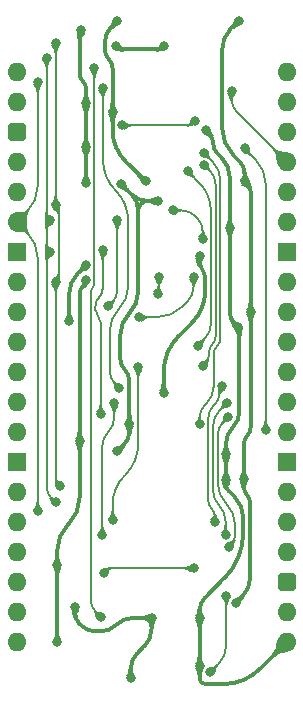
<source format=gbl>
%TF.GenerationSoftware,KiCad,Pcbnew,8.0.7*%
%TF.CreationDate,2025-04-21T20:06:42+02:00*%
%TF.ProjectId,GPIO Address Decode,4750494f-2041-4646-9472-657373204465,rev?*%
%TF.SameCoordinates,PX6d01460PY32de760*%
%TF.FileFunction,Copper,L2,Bot*%
%TF.FilePolarity,Positive*%
%FSLAX46Y46*%
G04 Gerber Fmt 4.6, Leading zero omitted, Abs format (unit mm)*
G04 Created by KiCad (PCBNEW 8.0.7) date 2025-04-21 20:06:42*
%MOMM*%
%LPD*%
G01*
G04 APERTURE LIST*
G04 Aperture macros list*
%AMRoundRect*
0 Rectangle with rounded corners*
0 $1 Rounding radius*
0 $2 $3 $4 $5 $6 $7 $8 $9 X,Y pos of 4 corners*
0 Add a 4 corners polygon primitive as box body*
4,1,4,$2,$3,$4,$5,$6,$7,$8,$9,$2,$3,0*
0 Add four circle primitives for the rounded corners*
1,1,$1+$1,$2,$3*
1,1,$1+$1,$4,$5*
1,1,$1+$1,$6,$7*
1,1,$1+$1,$8,$9*
0 Add four rect primitives between the rounded corners*
20,1,$1+$1,$2,$3,$4,$5,0*
20,1,$1+$1,$4,$5,$6,$7,0*
20,1,$1+$1,$6,$7,$8,$9,0*
20,1,$1+$1,$8,$9,$2,$3,0*%
G04 Aperture macros list end*
%TA.AperFunction,ComponentPad*%
%ADD10O,1.600000X1.600000*%
%TD*%
%TA.AperFunction,ComponentPad*%
%ADD11R,1.600000X1.600000*%
%TD*%
%TA.AperFunction,ComponentPad*%
%ADD12RoundRect,0.400000X-0.400000X-0.400000X0.400000X-0.400000X0.400000X0.400000X-0.400000X0.400000X0*%
%TD*%
%TA.AperFunction,ViaPad*%
%ADD13C,0.800000*%
%TD*%
%TA.AperFunction,Conductor*%
%ADD14C,0.380000*%
%TD*%
%TA.AperFunction,Conductor*%
%ADD15C,0.200000*%
%TD*%
G04 APERTURE END LIST*
D10*
%TO.P,J1,40,Pin_40*%
%TO.N,/GND*%
X22860000Y0D03*
%TO.P,J1,39,Pin_39*%
%TO.N,/Read GD _{56..63}*%
X22860000Y-2540000D03*
%TO.P,J1,38,Pin_38*%
%TO.N,/Read GD _{48..55}*%
X22860000Y-5080000D03*
%TO.P,J1,37,Pin_37*%
%TO.N,/Read GD _{40..47}*%
X22860000Y-7620000D03*
%TO.P,J1,36,Pin_36*%
%TO.N,/Read GD _{32..39}*%
X22860000Y-10160000D03*
%TO.P,J1,35,Pin_35*%
%TO.N,/Read GD _{24..31}*%
X22860000Y-12700000D03*
D11*
%TO.P,J1,34,Pin_34*%
%TO.N,/Read GD _{16..23}*%
X22860000Y-15240000D03*
D10*
%TO.P,J1,33,Pin_33*%
%TO.N,/Read GD _{8..15}*%
X22860000Y-17780000D03*
%TO.P,J1,32,Pin_32*%
%TO.N,/Read GD _{0..7}*%
X22860000Y-20320000D03*
%TO.P,J1,31,Pin_31*%
%TO.N,/Write GD _{56..63}*%
X22860000Y-22860000D03*
%TO.P,J1,30,Pin_30*%
%TO.N,/Write GD _{48..55}*%
X22860000Y-25400000D03*
%TO.P,J1,29,Pin_29*%
%TO.N,/Write GD _{40..47}*%
X22860000Y-27940000D03*
%TO.P,J1,28,Pin_28*%
%TO.N,/Write GD _{32..39}*%
X22860000Y-30480000D03*
D11*
%TO.P,J1,27,Pin_27*%
%TO.N,/Write GD _{24..31}*%
X22860000Y-33020000D03*
D10*
%TO.P,J1,26,Pin_26*%
%TO.N,/Write GD _{16..23}*%
X22860000Y-35560000D03*
%TO.P,J1,25,Pin_25*%
%TO.N,/Write GD _{8..15}*%
X22860000Y-38100000D03*
%TO.P,J1,24,Pin_24*%
%TO.N,/Write GD _{0..7}*%
X22860000Y-40640000D03*
D12*
%TO.P,J1,23,Pin_23*%
%TO.N,unconnected-(J1-Pin_23-Pad23)*%
X22860000Y-43180000D03*
D10*
%TO.P,J1,22,Pin_22*%
%TO.N,/Enable*%
X22860000Y-45720000D03*
%TO.P,J1,21,Pin_21*%
%TO.N,/GND*%
X22860000Y-48260000D03*
%TO.P,J1,20,Pin_20*%
%TO.N,/3.3V*%
X0Y-48260000D03*
%TO.P,J1,19,Pin_19*%
%TO.N,/Write Enable*%
X0Y-45720000D03*
%TO.P,J1,18,Pin_18*%
%TO.N,unconnected-(J1-Pin_18-Pad18)*%
X0Y-43180000D03*
%TO.P,J1,17,Pin_17*%
%TO.N,/Write OE _{0..7}*%
X0Y-40640000D03*
%TO.P,J1,16,Pin_16*%
%TO.N,/Write OE _{8..15}*%
X0Y-38100000D03*
%TO.P,J1,15,Pin_15*%
%TO.N,/Write OE _{16..23}*%
X0Y-35560000D03*
D11*
%TO.P,J1,14,Pin_14*%
%TO.N,/Write OE _{24..31}*%
X0Y-33020000D03*
D10*
%TO.P,J1,13,Pin_13*%
%TO.N,/Write OE _{32..39}*%
X0Y-30480000D03*
%TO.P,J1,12,Pin_12*%
%TO.N,/Write OE _{40..47}*%
X0Y-27940000D03*
%TO.P,J1,11,Pin_11*%
%TO.N,/Write OE _{48..55}*%
X0Y-25400000D03*
%TO.P,J1,10,Pin_10*%
%TO.N,/Write OE _{56..63}*%
X0Y-22860000D03*
%TO.P,J1,9,Pin_9*%
%TO.N,unconnected-(J1-Pin_9-Pad9)*%
X0Y-20320000D03*
%TO.P,J1,8,Pin_8*%
%TO.N,/A0*%
X0Y-17780000D03*
D11*
%TO.P,J1,7,Pin_7*%
%TO.N,/A1*%
X0Y-15240000D03*
D10*
%TO.P,J1,6,Pin_6*%
%TO.N,/A2*%
X0Y-12700000D03*
%TO.P,J1,5,Pin_5*%
%TO.N,/A3*%
X0Y-10160000D03*
%TO.P,J1,4,Pin_4*%
%TO.N,/A4*%
X0Y-7620000D03*
D12*
%TO.P,J1,3,Pin_3*%
%TO.N,/A_{Enable}1*%
X0Y-5080000D03*
D10*
%TO.P,J1,2,Pin_2*%
%TO.N,/~{A_{Enable}2}*%
X0Y-2540000D03*
%TO.P,J1,1,Pin_1*%
%TO.N,/~{Reset}*%
X0Y0D03*
%TD*%
D13*
%TO.N,/~{A_{Enable}2}*%
X21082000Y-30353000D03*
X19304000Y-6477000D03*
%TO.N,/GND*%
X17718048Y-34544000D03*
X11938000Y-10922000D03*
X18757500Y-21590000D03*
X5873475Y-9398000D03*
X18049750Y-13192250D03*
X12446000Y-27180000D03*
X8382000Y2158992D03*
X8509000Y-32131000D03*
X9652000Y-51308000D03*
X12509497Y2222497D03*
X5461000Y3556000D03*
X11430000Y-46228000D03*
X5873475Y-6350000D03*
X15493999Y-15620999D03*
X5873475Y-2667000D03*
X16002000Y-4953000D03*
X4445000Y-21082000D03*
X17718048Y-32385000D03*
X15493994Y-46228000D03*
X4953000Y-45339000D03*
X5873475Y-16383000D03*
X9536998Y-29845000D03*
X8851500Y-9486512D03*
X15494000Y-50292000D03*
%TO.N,/3.3V*%
X8127995Y-3429005D03*
X19240500Y-34480500D03*
X5873475Y-17586786D03*
X3429000Y-48260000D03*
X3429000Y-41783000D03*
X19812000Y-20320000D03*
X5334000Y-31242000D03*
X8515500Y4318000D03*
X18542000Y-44958000D03*
X19304000Y-9271000D03*
X18796000Y4318000D03*
X10921990Y-9271000D03*
%TO.N,/~{Reset}*%
X6540500Y317500D03*
X7112000Y-46129000D03*
%TO.N,/Enable*%
X17756076Y-44339673D03*
X16390674Y-50828000D03*
%TO.N,/A0*%
X3683000Y-35052000D03*
X3302000Y-11303000D03*
X3302000Y2413000D03*
X3302000Y-17780000D03*
%TO.N,/A1*%
X2793990Y-12573000D03*
X2794000Y-15240000D03*
X2540000Y1208000D03*
X3302000Y-36449000D03*
%TO.N,/A2*%
X1778000Y-889000D03*
X1778000Y-37211000D03*
%TO.N,Net-(IC2-~{E1})*%
X8696998Y-26746847D03*
X7287995Y-1397000D03*
%TO.N,Net-(IC2-~{Y7})*%
X8918000Y-4525767D03*
X15113000Y-4117000D03*
%TO.N,/Read GD _{40..47}*%
X18189000Y-1651000D03*
%TO.N,/A3*%
X15333503Y-23183291D03*
X14465994Y-8384721D03*
%TO.N,/A4*%
X15747996Y-24880000D03*
X15875000Y-7874000D03*
%TO.N,/A_{Enable}1*%
X15875000Y-6858004D03*
X15494000Y-29845000D03*
%TO.N,Net-(IC4-~{Y2})*%
X7112000Y-28956000D03*
X7323475Y-15113000D03*
%TO.N,Net-(IC4-~{Y1})*%
X7239006Y-39243000D03*
X8255004Y-28067000D03*
%TO.N,Net-(IC6-~{Y7})*%
X14986000Y-42009000D03*
X7366000Y-42418000D03*
%TO.N,/Write GD _{40..47}*%
X17907000Y-29210000D03*
X17953690Y-40186536D03*
%TO.N,/Write GD _{48..55}*%
X17797422Y-28012543D03*
X17683864Y-39171795D03*
%TO.N,/Write GD _{56..63}*%
X17399000Y-26605000D03*
X16764000Y-38100000D03*
%TO.N,Net-(IC8-~{Y6})*%
X14987029Y-17373000D03*
X10350500Y-20764500D03*
%TO.N,Net-(IC8-~{Y5})*%
X11938000Y-18796000D03*
X12047410Y-17323000D03*
%TO.N,/Write OE _{0..7}*%
X10286998Y-25019000D03*
X8128000Y-37973000D03*
%TO.N,/Write OE _{56..63}*%
X13210875Y-11712000D03*
X8509000Y-12573000D03*
X15748000Y-14123000D03*
X7747000Y-19812004D03*
%TD*%
D14*
%TO.N,/3.3V*%
X19526250Y-30765750D02*
G75*
G03*
X19240505Y-31455611I689850J-689850D01*
G01*
X7990250Y3792750D02*
G75*
G03*
X7465006Y2524685I1268050J-1268050D01*
G01*
X5334000Y-35990961D02*
G75*
G02*
X4381511Y-38290511I-3252000J-39D01*
G01*
X18854987Y-7551987D02*
G75*
G02*
X19304008Y-8636000I-1083987J-1084013D01*
G01*
X19498750Y-35809750D02*
G75*
G02*
X19756991Y-36433220I-623450J-623450D01*
G01*
X18097500Y3619500D02*
G75*
G03*
X17399012Y1933172I1686300J-1686300D01*
G01*
X19812000Y-30075888D02*
G75*
G02*
X19526253Y-30765753I-975600J-12D01*
G01*
X17399000Y-4748961D02*
G75*
G03*
X18351489Y-7048511I3252000J-39D01*
G01*
X5603737Y-18145262D02*
G75*
G03*
X5333963Y-18796466I651163J-651238D01*
G01*
X4327025Y-38344974D02*
G75*
G03*
X3428984Y-40513000I2167975J-2168026D01*
G01*
X19558000Y-9525000D02*
G75*
G02*
X19811996Y-10138210I-613200J-613200D01*
G01*
X19240500Y-35186279D02*
G75*
G03*
X19498744Y-35809756I881700J-21D01*
G01*
X8127998Y-4953008D02*
G75*
G03*
X9205644Y-7554622I3679202J8D01*
G01*
X7465000Y1893809D02*
G75*
G03*
X7796494Y1093500I1131800J-9D01*
G01*
X19757000Y-42883865D02*
G75*
G02*
X19149510Y-44350510I-2074100J-35D01*
G01*
X7796497Y1093503D02*
G75*
G02*
X8127995Y293197I-800297J-800303D01*
G01*
X5873475Y-17731155D02*
G75*
G02*
X5771420Y-17977639I-348575J-45D01*
G01*
%TO.N,/GND*%
X5143499Y-17081499D02*
G75*
G03*
X4445010Y-18767828I1686301J-1686301D01*
G01*
X17718048Y-34894024D02*
G75*
G03*
X17965560Y-35491544I845052J24D01*
G01*
X15958000Y-18542000D02*
G75*
G02*
X14849259Y-21218746I-3785500J0D01*
G01*
X5857737Y-16383000D02*
G75*
G03*
X5830851Y-16394108I-37J-38000D01*
G01*
X10286988Y-18607389D02*
G75*
G02*
X9524995Y-20447007I-2601588J-11D01*
G01*
X20561235Y-50558764D02*
G75*
G02*
X17526000Y-51815991I-3035235J3035264D01*
G01*
X13703942Y-22364057D02*
G75*
G03*
X12446003Y-25401000I3036958J-3036943D01*
G01*
X9825223Y-46228000D02*
G75*
G03*
X8445493Y-46799493I-23J-1951200D01*
G01*
X15726000Y-16742000D02*
G75*
G02*
X15958001Y-17302097I-560100J-560100D01*
G01*
X4953000Y-45847000D02*
G75*
G03*
X5312214Y-46714206I1226400J0D01*
G01*
X9524994Y-20447006D02*
G75*
G03*
X8763013Y-22286622I1839606J-1839594D01*
G01*
X5603737Y-777737D02*
G75*
G02*
X5873436Y-1428941I-651237J-651163D01*
G01*
X10190815Y-49245184D02*
G75*
G03*
X9651990Y-50546000I1300785J-1300816D01*
G01*
X16637000Y-6061622D02*
G75*
G03*
X16971917Y-6870129I1143400J22D01*
G01*
X19177000Y-39021036D02*
G75*
G02*
X17583199Y-42868785I-5441600J36D01*
G01*
X15494000Y-16181902D02*
G75*
G03*
X15726001Y-16741999I792100J2D01*
G01*
X10286988Y-11747506D02*
G75*
G03*
X9703278Y-10338268I-1992988J6D01*
G01*
X11112494Y-10922000D02*
G75*
G03*
X10287000Y-11747506I6J-825500D01*
G01*
X9703267Y-10338279D02*
G75*
G03*
X11112494Y-10921989I1409233J1409279D01*
G01*
X18804250Y-21636750D02*
G75*
G02*
X18850994Y-21749614I-112850J-112850D01*
G01*
X15494000Y-51382394D02*
G75*
G03*
X15620998Y-51689002I433600J-6D01*
G01*
X18851000Y-28734881D02*
G75*
G02*
X18284539Y-30102491I-1934100J-19D01*
G01*
X5461000Y-46863000D02*
G75*
G03*
X6687420Y-47370992I1226400J1226400D01*
G01*
X8508996Y2031996D02*
G75*
G03*
X8815591Y1904996I306604J306604D01*
G01*
X18049750Y-20381795D02*
G75*
G03*
X18403613Y-21236137I1208250J-5D01*
G01*
X11430000Y-47117000D02*
G75*
G02*
X10801375Y-48634610I-2146200J0D01*
G01*
X12350748Y2063749D02*
G75*
G02*
X11967495Y1905003I-383248J383251D01*
G01*
X16319500Y-5270500D02*
G75*
G02*
X16636995Y-6037012I-766500J-766500D01*
G01*
X8763000Y-24262640D02*
G75*
G03*
X9150019Y-25196919I1321300J40D01*
G01*
X9536998Y-30474001D02*
G75*
G02*
X9092238Y-31547783I-1518598J1D01*
G01*
X15621000Y-51689000D02*
G75*
G03*
X15927605Y-51815998I306600J306600D01*
G01*
X9149999Y-25196939D02*
G75*
G02*
X9536971Y-26131237I-934299J-934261D01*
G01*
X15943004Y-44508995D02*
G75*
G03*
X15493992Y-45593003I1083996J-1084005D01*
G01*
X18284524Y-30102476D02*
G75*
G03*
X17718022Y-31470070I1367576J-1367624D01*
G01*
X8445500Y-46799500D02*
G75*
G02*
X7065776Y-47370990I-1379700J1379700D01*
G01*
X5397500Y3492500D02*
G75*
G03*
X5334001Y3339198I153300J-153300D01*
G01*
X17343375Y-7241619D02*
G75*
G02*
X18049769Y-8946959I-1705375J-1705381D01*
G01*
X18447524Y-35973524D02*
G75*
G02*
X19176972Y-37734634I-1761124J-1761076D01*
G01*
X5334000Y-126533D02*
G75*
G03*
X5603762Y-777712I920900J33D01*
G01*
D15*
%TO.N,/A_{Enable}1*%
X17248001Y-22542197D02*
G75*
G02*
X16961508Y-23233878I-978201J-3D01*
G01*
X16961500Y-23233870D02*
G75*
G03*
X16675038Y-23925543I691700J-691630D01*
G01*
X16561500Y-7544504D02*
G75*
G02*
X17248015Y-9201863I-1657400J-1657396D01*
G01*
X16675000Y-26628220D02*
G75*
G02*
X16084491Y-28053805I-2016100J20D01*
G01*
X15918506Y-28219807D02*
G75*
G03*
X15493982Y-29244657I1024894J-1024893D01*
G01*
%TO.N,/Write OE _{56..63}*%
X8509000Y-18511188D02*
G75*
G02*
X8128003Y-19431007I-1300800J-12D01*
G01*
X15135797Y-12214797D02*
G75*
G03*
X13921937Y-11711986I-1213897J-1213903D01*
G01*
X15289794Y-12368794D02*
G75*
G02*
X15748003Y-13475000I-1106194J-1106206D01*
G01*
%TO.N,/Write OE _{0..7}*%
X10286998Y-31493359D02*
G75*
G02*
X9207510Y-34099512I-3685598J-41D01*
G01*
X9115828Y-34191171D02*
G75*
G03*
X8128012Y-36576000I2384872J-2384829D01*
G01*
%TO.N,Net-(IC8-~{Y5})*%
X12047410Y-18609225D02*
G75*
G02*
X11992700Y-18741290I-186810J25D01*
G01*
%TO.N,Net-(IC8-~{Y6})*%
X14065764Y-19843235D02*
G75*
G02*
X11841635Y-20764522I-2224164J2224135D01*
G01*
X14987029Y-18147485D02*
G75*
G02*
X14439404Y-19469633I-1869829J-15D01*
G01*
%TO.N,/Write GD _{56..63}*%
X17154907Y-27291916D02*
G75*
G02*
X16841783Y-28047863I-1069107J16D01*
G01*
X17276953Y-26727046D02*
G75*
G03*
X17154901Y-27021692I294647J-294654D01*
G01*
X16218000Y-36278919D02*
G75*
G03*
X16491006Y-36937994I932100J19D01*
G01*
X16491000Y-36938000D02*
G75*
G02*
X16764008Y-37597080I-659100J-659100D01*
G01*
X16686453Y-28203193D02*
G75*
G03*
X16218028Y-29334140I1130947J-1130907D01*
G01*
%TO.N,/Write GD _{48..55}*%
X16618000Y-35422320D02*
G75*
G03*
X17150951Y-36708913I1819500J20D01*
G01*
X17150932Y-36708932D02*
G75*
G02*
X17683827Y-37995543I-1286632J-1286568D01*
G01*
X17207711Y-28602254D02*
G75*
G03*
X16618030Y-30025942I1423689J-1423646D01*
G01*
%TO.N,/Write GD _{40..47}*%
X18480000Y-39288068D02*
G75*
G02*
X18216867Y-39923403I-898500J-32D01*
G01*
X17018000Y-34780209D02*
G75*
G03*
X17749003Y-36544997I2495800J9D01*
G01*
X17462500Y-29654500D02*
G75*
G03*
X17018007Y-30727617I1073100J-1073100D01*
G01*
X17749000Y-36545000D02*
G75*
G02*
X18480004Y-38309790I-1764800J-1764800D01*
G01*
%TO.N,Net-(IC6-~{Y7})*%
X8064206Y-42009000D02*
G75*
G03*
X7570498Y-42213498I-6J-698200D01*
G01*
%TO.N,Net-(IC4-~{Y1})*%
X7747005Y-30479995D02*
G75*
G03*
X7239008Y-31706413I1226395J-1226405D01*
G01*
X8255004Y-29253576D02*
G75*
G02*
X7747014Y-30480004I-1734404J-24D01*
G01*
%TO.N,Net-(IC4-~{Y2})*%
X6969737Y-19091312D02*
G75*
G03*
X6665992Y-19824599I733263J-733288D01*
G01*
X6666000Y-20131630D02*
G75*
G03*
X6889009Y-20669991I761400J30D01*
G01*
X7273475Y-18358025D02*
G75*
G02*
X6969715Y-19091290I-1036975J25D01*
G01*
X7298475Y-15138000D02*
G75*
G03*
X7273435Y-15198355I60325J-60400D01*
G01*
X6889000Y-20670000D02*
G75*
G02*
X7112013Y-21208369I-538400J-538400D01*
G01*
%TO.N,/~{A_{Enable}2}*%
X20193000Y-7366000D02*
G75*
G02*
X21081985Y-9512235I-2146200J-2146200D01*
G01*
%TO.N,/A4*%
X16848000Y-22376512D02*
G75*
G02*
X16561499Y-23068184I-978200J12D01*
G01*
X16361500Y-8360500D02*
G75*
G02*
X16847994Y-9535014I-1174500J-1174500D01*
G01*
X16275000Y-23980347D02*
G75*
G02*
X16011484Y-24616484I-899700J47D01*
G01*
X16561500Y-23068185D02*
G75*
G03*
X16274978Y-23759857I691700J-691715D01*
G01*
%TO.N,/A3*%
X16448000Y-21280725D02*
G75*
G02*
X15890746Y-22626037I-1902600J25D01*
G01*
X15456997Y-9375724D02*
G75*
G02*
X16447987Y-11768216I-2392497J-2392476D01*
G01*
%TO.N,/Read GD _{40..47}*%
X18189000Y-2300000D02*
G75*
G03*
X18647917Y-3407907I1566800J0D01*
G01*
%TO.N,Net-(IC2-~{Y7})*%
X14908616Y-4321383D02*
G75*
G02*
X14415191Y-4525772I-493416J493383D01*
G01*
%TO.N,Net-(IC2-~{E1})*%
X8375250Y-10026250D02*
G75*
G02*
X9435989Y-12587127I-2560850J-2560850D01*
G01*
X7874000Y-25341901D02*
G75*
G03*
X8285509Y-26335338I1404900J1D01*
G01*
X8655000Y-20047000D02*
G75*
G03*
X7874000Y-21932500I1885500J-1885500D01*
G01*
X7301247Y-1410252D02*
G75*
G02*
X7314451Y-1442246I-32047J-31948D01*
G01*
X9436000Y-18161499D02*
G75*
G02*
X8655000Y-20047000I-2666500J-1D01*
G01*
X7314500Y-7465372D02*
G75*
G03*
X8375242Y-10026258I3621600J-28D01*
G01*
%TO.N,/A2*%
X889000Y-13589000D02*
G75*
G02*
X1777985Y-15735235I-2146200J-2146200D01*
G01*
X1778000Y-9664764D02*
G75*
G02*
X889011Y-11811011I-3035200J-36D01*
G01*
%TO.N,/A1*%
X2540000Y-14806394D02*
G75*
G03*
X2666998Y-15113002I433600J-6D01*
G01*
X2666995Y-12699995D02*
G75*
G03*
X2539995Y-13006588I306605J-306605D01*
G01*
X2540000Y-35148184D02*
G75*
G03*
X2920995Y-36068005I1300800J-16D01*
G01*
X2667000Y-15367000D02*
G75*
G03*
X2540002Y-15673605I306600J-306600D01*
G01*
X2540000Y-12139411D02*
G75*
G03*
X2666998Y-12446002I433600J11D01*
G01*
%TO.N,/A0*%
X3429000Y-11430000D02*
G75*
G02*
X3555998Y-11736605I-306600J-306600D01*
G01*
X3556000Y-17346394D02*
G75*
G02*
X3429002Y-17653002I-433600J-6D01*
G01*
X3302000Y-34401592D02*
G75*
G03*
X3492498Y-34861502I650400J-8D01*
G01*
%TO.N,/Enable*%
X17756076Y-48497112D02*
G75*
G02*
X17073366Y-50145290I-2330876J12D01*
G01*
%TO.N,/~{Reset}*%
X6556987Y301013D02*
G75*
G02*
X6573486Y261209I-39787J-39813D01*
G01*
X6573475Y-17916049D02*
G75*
G02*
X6417483Y-18292591I-532575J49D01*
G01*
X6261524Y-44677146D02*
G75*
G03*
X6686781Y-45703743I1451876J46D01*
G01*
X6417499Y-18292607D02*
G75*
G03*
X6261511Y-18669165I376601J-376593D01*
G01*
D14*
%TO.N,/GND*%
X15958000Y-18542000D02*
X15958000Y-17302097D01*
X14849256Y-21218743D02*
X13703942Y-22364057D01*
X12446000Y-25401000D02*
X12446000Y-27180000D01*
X15493999Y-15620999D02*
X15494000Y-15621000D01*
X15494000Y-16181902D02*
X15494000Y-15621000D01*
D15*
%TO.N,Net-(IC8-~{Y6})*%
X14987029Y-18147485D02*
X14987029Y-17373000D01*
X14065764Y-19843235D02*
X14439385Y-19469614D01*
X11841635Y-20764500D02*
X10350500Y-20764500D01*
D14*
%TO.N,/GND*%
X10286988Y-18607389D02*
X10286988Y-11747506D01*
X8763000Y-22286622D02*
X8763000Y-24262640D01*
X9536998Y-26131237D02*
X9536998Y-29845000D01*
D15*
%TO.N,Net-(IC2-~{E1})*%
X7314500Y-1442246D02*
X7314500Y-7465372D01*
X9436000Y-12587127D02*
X9436000Y-18161499D01*
X7301247Y-1410252D02*
X7287995Y-1397000D01*
X7874000Y-25341901D02*
X7874000Y-21932500D01*
X8696998Y-26746847D02*
X8285499Y-26335348D01*
%TO.N,Net-(IC4-~{Y2})*%
X7112000Y-21208369D02*
X7112000Y-28956000D01*
X6666000Y-19824599D02*
X6666000Y-20131630D01*
D14*
%TO.N,/3.3V*%
X19240500Y-35186279D02*
X19240500Y-34480500D01*
X19757000Y-36433220D02*
X19757000Y-42883865D01*
X19240500Y-31455611D02*
X19240500Y-34480500D01*
X19812000Y-30075888D02*
X19812000Y-20320000D01*
%TO.N,/GND*%
X15493994Y-46228000D02*
X15493994Y-45593003D01*
X17965552Y-35491552D02*
X18447524Y-35973524D01*
X17583206Y-42868792D02*
X15943004Y-44508995D01*
X17718048Y-34894024D02*
X17718048Y-34544000D01*
X19177000Y-39021036D02*
X19177000Y-37734634D01*
D15*
%TO.N,/Write GD _{56..63}*%
X16764000Y-37597080D02*
X16764000Y-38100000D01*
X16218000Y-36278919D02*
X16218000Y-29334140D01*
X16841783Y-28047863D02*
X16686453Y-28203193D01*
X17154907Y-27291916D02*
X17154907Y-27021692D01*
X17276953Y-26727046D02*
X17399000Y-26605000D01*
%TO.N,/Write GD _{48..55}*%
X17683864Y-37995543D02*
X17683864Y-39171795D01*
X16618000Y-35422320D02*
X16618000Y-30025942D01*
X17207711Y-28602254D02*
X17797422Y-28012543D01*
%TO.N,/Write GD _{40..47}*%
X18216845Y-39923381D02*
X17953690Y-40186536D01*
X18480000Y-39288068D02*
X18480000Y-38309790D01*
X17018000Y-34780209D02*
X17018000Y-30727617D01*
X17907000Y-29210000D02*
X17462500Y-29654500D01*
%TO.N,/Write OE _{0..7}*%
X8128000Y-37973000D02*
X8128000Y-36576000D01*
X9207498Y-34099500D02*
X9115828Y-34191171D01*
X10286998Y-31493359D02*
X10286998Y-25019000D01*
%TO.N,Net-(IC4-~{Y1})*%
X7239006Y-31706413D02*
X7239006Y-39243000D01*
X8255004Y-28067000D02*
X8255004Y-29253576D01*
D14*
%TO.N,/GND*%
X15493994Y-50291994D02*
X15493994Y-46228000D01*
X15494000Y-50292000D02*
X15493994Y-50291994D01*
X11430000Y-46228000D02*
X11430000Y-47117000D01*
X10190815Y-49245184D02*
X10801382Y-48634617D01*
X9652000Y-50546000D02*
X9652000Y-51308000D01*
X6687420Y-47371000D02*
X7065776Y-47371000D01*
X9825223Y-46228000D02*
X11430000Y-46228000D01*
X5312210Y-46714210D02*
X5461000Y-46863000D01*
X4953000Y-45847000D02*
X4953000Y-45339000D01*
%TO.N,/3.3V*%
X3429000Y-41783000D02*
X3429000Y-48260000D01*
X5334000Y-35990961D02*
X5334000Y-31242000D01*
X4381499Y-38290499D02*
X4327025Y-38344974D01*
X3429000Y-40513000D02*
X3429000Y-41783000D01*
D15*
%TO.N,/Write OE _{56..63}*%
X13921937Y-11712000D02*
X13210875Y-11712000D01*
X15135797Y-12214797D02*
X15289794Y-12368794D01*
X15748000Y-14123000D02*
X15748000Y-13475000D01*
%TO.N,/~{Reset}*%
X6573475Y261209D02*
X6573475Y-17916049D01*
X6261524Y-44677146D02*
X6261524Y-18669165D01*
X7112000Y-46129000D02*
X6686762Y-45703762D01*
X6556987Y301013D02*
X6540500Y317500D01*
%TO.N,Net-(IC4-~{Y2})*%
X7323475Y-15113000D02*
X7298475Y-15138000D01*
X7273475Y-18358025D02*
X7273475Y-15198355D01*
%TO.N,/A2*%
X1778000Y-9664764D02*
X1778000Y-889000D01*
X889000Y-11811000D02*
X0Y-12700000D01*
%TO.N,Net-(IC2-~{Y7})*%
X8918000Y-4525767D02*
X14415191Y-4525767D01*
X14908616Y-4321383D02*
X15113000Y-4117000D01*
D14*
%TO.N,/3.3V*%
X8515500Y4318000D02*
X7990250Y3792750D01*
X7465000Y2524685D02*
X7465000Y1893809D01*
X8127995Y-3429005D02*
X8127995Y293197D01*
X9205628Y-7554638D02*
X10921990Y-9271000D01*
X8127998Y-4953008D02*
X8127998Y-3429008D01*
X8127998Y-3429008D02*
X8127995Y-3429005D01*
%TO.N,/GND*%
X9536998Y-30474001D02*
X9536998Y-29845000D01*
X9092227Y-31547772D02*
X8509000Y-32131000D01*
D15*
%TO.N,/A4*%
X16011498Y-24616498D02*
X15747996Y-24880000D01*
X16275000Y-23980347D02*
X16275000Y-23759857D01*
X16361500Y-8360500D02*
X15875000Y-7874000D01*
X16848000Y-22376512D02*
X16848000Y-9535014D01*
%TO.N,/A3*%
X15333503Y-23183291D02*
X15890751Y-22626042D01*
X14465994Y-8384721D02*
X15456997Y-9375724D01*
X16448000Y-21280725D02*
X16448000Y-11768216D01*
D14*
%TO.N,/GND*%
X17718048Y-32385000D02*
X17718048Y-34544000D01*
%TO.N,/3.3V*%
X19304000Y-8636000D02*
X19304000Y-9271000D01*
X18854987Y-7551987D02*
X18351500Y-7048500D01*
X17399000Y1933172D02*
X17399000Y-4748961D01*
X18796000Y4318000D02*
X18097500Y3619500D01*
%TO.N,/GND*%
X16637000Y-6061622D02*
X16637000Y-6037012D01*
X16002000Y-4953000D02*
X16319500Y-5270500D01*
X16971901Y-6870145D02*
X17343375Y-7241619D01*
X18049750Y-13192250D02*
X18049750Y-8946959D01*
X5334000Y3339198D02*
X5334000Y-126533D01*
X5873475Y-1428941D02*
X5873475Y-2667000D01*
X5873475Y-9398000D02*
X5873475Y-6350000D01*
X5873475Y-6350000D02*
X5873475Y-2667000D01*
D15*
%TO.N,/~{A_{Enable}2}*%
X21082000Y-30353000D02*
X21082000Y-9512235D01*
X20193000Y-7366000D02*
X19304000Y-6477000D01*
%TO.N,/A_{Enable}1*%
X16561500Y-7544504D02*
X15875000Y-6858004D01*
X17248001Y-22542197D02*
X17248001Y-9201863D01*
X16675000Y-23925543D02*
X16675000Y-26628220D01*
X16084499Y-28053813D02*
X15918506Y-28219807D01*
X15494000Y-29845000D02*
X15494000Y-29244657D01*
%TO.N,/A0*%
X3683000Y-35052000D02*
X3492500Y-34861500D01*
X3302000Y-17780000D02*
X3302000Y-34401592D01*
D14*
%TO.N,/GND*%
X20561235Y-50558764D02*
X22860000Y-48260000D01*
X18804250Y-21636750D02*
X18757500Y-21590000D01*
X5143499Y-17081499D02*
X5830871Y-16394128D01*
X18757500Y-21590000D02*
X18403625Y-21236125D01*
X5857737Y-16383000D02*
X5873475Y-16383000D01*
X17526000Y-51816000D02*
X15927605Y-51816000D01*
X18851000Y-21749614D02*
X18851000Y-28734881D01*
X5461000Y3556000D02*
X5397500Y3492500D01*
X17718048Y-32385000D02*
X17718048Y-31470070D01*
X15494000Y-50292000D02*
X15494000Y-51382394D01*
X4445000Y-18767828D02*
X4445000Y-21082000D01*
X11112494Y-10922000D02*
X11938000Y-10922000D01*
X18049750Y-13192250D02*
X18049750Y-20381795D01*
X12350748Y2063749D02*
X12509497Y2222497D01*
X8851500Y-9486512D02*
X9703267Y-10338279D01*
X8815591Y1905000D02*
X11967495Y1905000D01*
X8382000Y2158992D02*
X8508996Y2031996D01*
%TO.N,/3.3V*%
X19812000Y-20320000D02*
X19812000Y-10138210D01*
X5334000Y-18796466D02*
X5334000Y-31242000D01*
X18542000Y-44958000D02*
X19149500Y-44350500D01*
X19558000Y-9525000D02*
X19304000Y-9271000D01*
X5873475Y-17586786D02*
X5873475Y-17731155D01*
X5603737Y-18145262D02*
X5771390Y-17977609D01*
D15*
%TO.N,/Enable*%
X17756076Y-48497112D02*
X17756076Y-44339673D01*
X16390674Y-50828000D02*
X17073375Y-50145299D01*
%TO.N,/A0*%
X3302000Y-11303000D02*
X3429000Y-11430000D01*
X3429000Y-17653000D02*
X3302000Y-17780000D01*
X3556000Y-11736605D02*
X3556000Y-17346394D01*
X3302000Y-11303000D02*
X3302000Y2413000D01*
%TO.N,/A1*%
X2540000Y-35148184D02*
X2540000Y-15673605D01*
X2540000Y-14806394D02*
X2540000Y-13006588D01*
X3302000Y-36449000D02*
X2921000Y-36068000D01*
X2794000Y-15240000D02*
X2667000Y-15367000D01*
X2794000Y-15240000D02*
X2667000Y-15113000D01*
X2540000Y1208000D02*
X2540000Y-12139411D01*
X2793990Y-12573000D02*
X2666995Y-12446005D01*
X2666995Y-12699995D02*
X2793990Y-12573000D01*
%TO.N,/A2*%
X1778000Y-37211000D02*
X1778000Y-15735235D01*
X889000Y-13589000D02*
X0Y-12700000D01*
%TO.N,/Read GD _{40..47}*%
X18647912Y-3407912D02*
X22860000Y-7620000D01*
X18189000Y-1651000D02*
X18189000Y-2300000D01*
%TO.N,Net-(IC6-~{Y7})*%
X8064206Y-42009000D02*
X14986000Y-42009000D01*
X7570500Y-42213500D02*
X7366000Y-42418000D01*
%TO.N,Net-(IC8-~{Y5})*%
X12047410Y-17323000D02*
X12047410Y-18609225D01*
X11992705Y-18741295D02*
X11938000Y-18796000D01*
%TO.N,/Write OE _{56..63}*%
X8509000Y-18511188D02*
X8509000Y-12573000D01*
X8128000Y-19431004D02*
X7747000Y-19812004D01*
%TD*%
%TA.AperFunction,Conductor*%
%TO.N,/3.3V*%
G36*
X19672030Y-9122258D02*
G01*
X19678197Y-9128259D01*
X19755576Y-9300383D01*
X19755576Y-9300384D01*
X19820621Y-9427880D01*
X19820744Y-9428128D01*
X19873860Y-9538622D01*
X19874347Y-9539794D01*
X19920957Y-9671726D01*
X19921309Y-9672924D01*
X19964219Y-9853929D01*
X19962793Y-9862770D01*
X19955534Y-9868012D01*
X19955117Y-9868103D01*
X19603669Y-9938007D01*
X19594887Y-9936260D01*
X19590611Y-9931087D01*
X19532282Y-9793045D01*
X19532281Y-9793044D01*
X19433811Y-9727953D01*
X19433810Y-9727952D01*
X19309349Y-9697745D01*
X19308738Y-9697579D01*
X19169873Y-9655804D01*
X19166598Y-9654229D01*
X19111407Y-9616135D01*
X19032685Y-9561800D01*
X19027824Y-9554281D01*
X19029703Y-9545526D01*
X19031037Y-9543921D01*
X19302145Y-9271686D01*
X19305980Y-9269125D01*
X19663076Y-9122236D01*
X19672030Y-9122258D01*
G37*
%TD.AperFunction*%
%TD*%
%TA.AperFunction,Conductor*%
%TO.N,/3.3V*%
G36*
X5877584Y-17589498D02*
G01*
X6148052Y-17861321D01*
X6151458Y-17869602D01*
X6148010Y-17877867D01*
X6147996Y-17877881D01*
X6053200Y-17971887D01*
X6053118Y-17971967D01*
X5979328Y-18043715D01*
X5979283Y-18043759D01*
X5915098Y-18105502D01*
X5841257Y-18177299D01*
X5746359Y-18271407D01*
X5738072Y-18274799D01*
X5729848Y-18271372D01*
X5476390Y-18017914D01*
X5472963Y-18009641D01*
X5475138Y-18002847D01*
X5527394Y-17929579D01*
X5527395Y-17929576D01*
X5535607Y-17857913D01*
X5535607Y-17857912D01*
X5515228Y-17784524D01*
X5515223Y-17784505D01*
X5487776Y-17698967D01*
X5487309Y-17696853D01*
X5475125Y-17599918D01*
X5477494Y-17591285D01*
X5485275Y-17586853D01*
X5486702Y-17586762D01*
X5869307Y-17586087D01*
X5877584Y-17589498D01*
G37*
%TD.AperFunction*%
%TD*%
%TA.AperFunction,Conductor*%
%TO.N,/GND*%
G36*
X18104102Y-34543971D02*
G01*
X18112368Y-34547415D01*
X18115778Y-34555695D01*
X18115596Y-34557728D01*
X18087189Y-34716781D01*
X18086045Y-34720133D01*
X18019721Y-34847335D01*
X18019440Y-34847845D01*
X17955485Y-34956902D01*
X17933932Y-35072093D01*
X17990612Y-35210029D01*
X17990587Y-35218984D01*
X17986290Y-35224204D01*
X17688338Y-35423295D01*
X17679556Y-35425042D01*
X17672110Y-35420067D01*
X17671909Y-35419756D01*
X17573323Y-35261590D01*
X17572778Y-35260615D01*
X17554653Y-35224204D01*
X17510306Y-35135116D01*
X17509838Y-35134041D01*
X17466776Y-35019375D01*
X17466666Y-35019069D01*
X17420414Y-34883788D01*
X17352587Y-34707694D01*
X17352811Y-34698742D01*
X17359000Y-34692691D01*
X17715323Y-34544073D01*
X17719841Y-34543173D01*
X18104102Y-34543971D01*
G37*
%TD.AperFunction*%
%TD*%
%TA.AperFunction,Conductor*%
%TO.N,/GND*%
G36*
X8672361Y2432809D02*
G01*
X8673036Y2432070D01*
X8757590Y2331294D01*
X8758392Y2330219D01*
X8820979Y2235388D01*
X8820981Y2235386D01*
X8880330Y2160845D01*
X8962697Y2112325D01*
X8962699Y2112324D01*
X9084529Y2096336D01*
X9092286Y2091861D01*
X9094707Y2084735D01*
X9094707Y1727007D01*
X9091280Y1718734D01*
X9083007Y1715307D01*
X9082705Y1715311D01*
X8918120Y1719567D01*
X8917407Y1719607D01*
X8792607Y1730470D01*
X8792223Y1730510D01*
X8684290Y1743507D01*
X8587707Y1751914D01*
X8558946Y1754417D01*
X8558941Y1754418D01*
X8558930Y1754418D01*
X8393369Y1758699D01*
X8385187Y1762339D01*
X8381971Y1770365D01*
X8381012Y2154118D01*
X8384418Y2162398D01*
X8655814Y2432839D01*
X8664094Y2436250D01*
X8672361Y2432809D01*
G37*
%TD.AperFunction*%
%TD*%
%TA.AperFunction,Conductor*%
%TO.N,/GND*%
G36*
X12234950Y2496938D02*
G01*
X12236067Y2495960D01*
X12460410Y2272408D01*
X12507043Y2225939D01*
X12510484Y2217672D01*
X12510484Y2217622D01*
X12509524Y1833438D01*
X12506076Y1825173D01*
X12498580Y1821791D01*
X12368896Y1813398D01*
X12336762Y1811318D01*
X12215623Y1784659D01*
X12144406Y1762858D01*
X12112131Y1752977D01*
X12111221Y1752738D01*
X11991412Y1726372D01*
X11989653Y1726123D01*
X11830264Y1715807D01*
X11821786Y1718693D01*
X11817832Y1726727D01*
X11817808Y1727483D01*
X11817808Y2085138D01*
X11821235Y2093411D01*
X11827528Y2096669D01*
X11867922Y2103603D01*
X11951881Y2118014D01*
X11951882Y2118015D01*
X11951883Y2118015D01*
X12027858Y2180459D01*
X12077680Y2272429D01*
X12132794Y2383017D01*
X12133988Y2384923D01*
X12218544Y2494802D01*
X12226304Y2499268D01*
X12234950Y2496938D01*
G37*
%TD.AperFunction*%
%TD*%
%TA.AperFunction,Conductor*%
%TO.N,/Write GD _{56..63}*%
G36*
X17402405Y-26607418D02*
G01*
X17402435Y-26607447D01*
X17570076Y-26775681D01*
X17672360Y-26878326D01*
X17675772Y-26886606D01*
X17672331Y-26894873D01*
X17671114Y-26895928D01*
X17558625Y-26980709D01*
X17556507Y-26981979D01*
X17441786Y-27035206D01*
X17345334Y-27082564D01*
X17279356Y-27156979D01*
X17256649Y-27282302D01*
X17251802Y-27289832D01*
X17245136Y-27291916D01*
X17066215Y-27291916D01*
X17057942Y-27288489D01*
X17054522Y-27280614D01*
X17054128Y-27269069D01*
X17049092Y-27121233D01*
X17035227Y-27000499D01*
X17018713Y-26896632D01*
X17018655Y-26896208D01*
X17004864Y-26776122D01*
X17004798Y-26775221D01*
X16999411Y-26617066D01*
X17002554Y-26608682D01*
X17010706Y-26604976D01*
X17011025Y-26604969D01*
X17394124Y-26604012D01*
X17402405Y-26607418D01*
G37*
%TD.AperFunction*%
%TD*%
%TA.AperFunction,Conductor*%
%TO.N,/Write GD _{40..47}*%
G36*
X18355661Y-39527340D02*
G01*
X18520694Y-39595691D01*
X18527025Y-39602022D01*
X18527235Y-39610433D01*
X18467043Y-39779079D01*
X18467041Y-39779085D01*
X18436692Y-39911413D01*
X18417595Y-40027786D01*
X18417453Y-40028507D01*
X18387337Y-40159806D01*
X18386952Y-40161123D01*
X18327366Y-40328054D01*
X18321357Y-40334694D01*
X18312414Y-40335140D01*
X18311897Y-40334942D01*
X17957816Y-40189313D01*
X17951468Y-40182996D01*
X17805484Y-39828792D01*
X17805500Y-39819839D01*
X17811843Y-39813518D01*
X17812786Y-39813176D01*
X17955219Y-39768612D01*
X17956548Y-39768281D01*
X18082159Y-39744863D01*
X18185371Y-39716252D01*
X18242070Y-39674223D01*
X18271414Y-39652474D01*
X18271416Y-39652472D01*
X18300651Y-39602022D01*
X18341063Y-39532283D01*
X18348175Y-39526845D01*
X18355661Y-39527340D01*
G37*
%TD.AperFunction*%
%TD*%
%TA.AperFunction,Conductor*%
%TO.N,Net-(IC6-~{Y7})*%
G36*
X8023407Y-41913452D02*
G01*
X8027507Y-41921413D01*
X8027545Y-41922158D01*
X8030953Y-42099913D01*
X8027685Y-42108250D01*
X8021596Y-42111600D01*
X7905270Y-42135355D01*
X7838947Y-42201436D01*
X7838947Y-42201437D01*
X7806000Y-42300808D01*
X7780371Y-42425826D01*
X7780088Y-42426930D01*
X7739339Y-42558814D01*
X7733622Y-42565707D01*
X7724706Y-42566539D01*
X7723693Y-42566174D01*
X7372253Y-42421014D01*
X7365915Y-42414688D01*
X7365020Y-42410173D01*
X7365972Y-42028941D01*
X7369420Y-42020678D01*
X7376918Y-42017296D01*
X7531278Y-42007352D01*
X7647045Y-41981724D01*
X7745922Y-41950708D01*
X7746710Y-41950493D01*
X7861219Y-41923616D01*
X7862904Y-41923349D01*
X8014879Y-41910722D01*
X8023407Y-41913452D01*
G37*
%TD.AperFunction*%
%TD*%
%TA.AperFunction,Conductor*%
%TO.N,/A4*%
G36*
X16150229Y-24220958D02*
G01*
X16315257Y-24289320D01*
X16321589Y-24295652D01*
X16321797Y-24304064D01*
X16261579Y-24472670D01*
X16261572Y-24472693D01*
X16231163Y-24604948D01*
X16231156Y-24604980D01*
X16211984Y-24721301D01*
X16211843Y-24722019D01*
X16181662Y-24853303D01*
X16181277Y-24854617D01*
X16121673Y-25021521D01*
X16115664Y-25028160D01*
X16106720Y-25028604D01*
X16106205Y-25028407D01*
X15752122Y-24882777D01*
X15745774Y-24876460D01*
X15599791Y-24522259D01*
X15599807Y-24513306D01*
X15606150Y-24506985D01*
X15607116Y-24506635D01*
X15749571Y-24462087D01*
X15750916Y-24461753D01*
X15876575Y-24438387D01*
X15979847Y-24409835D01*
X16065946Y-24346096D01*
X16135633Y-24225898D01*
X16142745Y-24220461D01*
X16150229Y-24220958D01*
G37*
%TD.AperFunction*%
%TD*%
%TA.AperFunction,Conductor*%
%TO.N,Net-(IC2-~{Y7})*%
G36*
X14755302Y-3968823D02*
G01*
X14773120Y-3976183D01*
X15106746Y-4113985D01*
X15113084Y-4120311D01*
X15113979Y-4124828D01*
X15113027Y-4506055D01*
X15109579Y-4514320D01*
X15102078Y-4517702D01*
X14947707Y-4527628D01*
X14947700Y-4527629D01*
X14831932Y-4553206D01*
X14831925Y-4553208D01*
X14733058Y-4584156D01*
X14732231Y-4584382D01*
X14617719Y-4611201D01*
X14616017Y-4611469D01*
X14464044Y-4624061D01*
X14455516Y-4621329D01*
X14451418Y-4613367D01*
X14451380Y-4612624D01*
X14450842Y-4584382D01*
X14447993Y-4434865D01*
X14451262Y-4426530D01*
X14457349Y-4423181D01*
X14573654Y-4399453D01*
X14639992Y-4333412D01*
X14672972Y-4234088D01*
X14698626Y-4109119D01*
X14698909Y-4108019D01*
X14739660Y-3976181D01*
X14745376Y-3969291D01*
X14754292Y-3968460D01*
X14755302Y-3968823D01*
G37*
%TD.AperFunction*%
%TD*%
%TA.AperFunction,Conductor*%
%TO.N,/A1*%
G36*
X2638432Y-14530642D02*
G01*
X2641686Y-14536910D01*
X2664628Y-14668808D01*
X2731356Y-14748534D01*
X2731358Y-14748536D01*
X2829458Y-14800463D01*
X2829478Y-14800473D01*
X2829486Y-14800477D01*
X2877434Y-14823972D01*
X2947156Y-14858138D01*
X2949116Y-14859352D01*
X3066258Y-14949052D01*
X3070743Y-14956801D01*
X3068434Y-14965453D01*
X3067433Y-14966599D01*
X2797441Y-15237546D01*
X2789174Y-15240987D01*
X2789124Y-15240987D01*
X2405990Y-15240029D01*
X2397725Y-15236581D01*
X2394319Y-15228300D01*
X2394321Y-15228090D01*
X2398774Y-15063353D01*
X2398814Y-15062675D01*
X2410179Y-14937812D01*
X2410212Y-14937509D01*
X2423808Y-14829542D01*
X2435216Y-14704198D01*
X2439692Y-14538598D01*
X2443341Y-14530421D01*
X2451388Y-14527215D01*
X2630159Y-14527215D01*
X2638432Y-14530642D01*
G37*
%TD.AperFunction*%
%TD*%
%TA.AperFunction,Conductor*%
%TO.N,/A1*%
G36*
X2797395Y-12575418D02*
G01*
X2797425Y-12575447D01*
X3067423Y-12846400D01*
X3070835Y-12854679D01*
X3067394Y-12862946D01*
X3066249Y-12863947D01*
X2949101Y-12953658D01*
X2947137Y-12954875D01*
X2829446Y-13012568D01*
X2829442Y-13012570D01*
X2731348Y-13064518D01*
X2731347Y-13064518D01*
X2731345Y-13064520D01*
X2664624Y-13144266D01*
X2664624Y-13144267D01*
X2641686Y-13276184D01*
X2636893Y-13283748D01*
X2630159Y-13285880D01*
X2451388Y-13285880D01*
X2443115Y-13282453D01*
X2439692Y-13274496D01*
X2435214Y-13108876D01*
X2435213Y-13108865D01*
X2431177Y-13064518D01*
X2423804Y-12983511D01*
X2410212Y-12875581D01*
X2410168Y-12875180D01*
X2407548Y-12846399D01*
X2398806Y-12750352D01*
X2398765Y-12749662D01*
X2394314Y-12584985D01*
X2397516Y-12576623D01*
X2405694Y-12572974D01*
X2405979Y-12572970D01*
X2789114Y-12572012D01*
X2797395Y-12575418D01*
G37*
%TD.AperFunction*%
%TD*%
%TA.AperFunction,Conductor*%
%TO.N,/A1*%
G36*
X2797405Y-15242418D02*
G01*
X2797435Y-15242447D01*
X3067433Y-15513400D01*
X3070845Y-15521679D01*
X3067404Y-15529946D01*
X3066258Y-15530947D01*
X2949117Y-15620644D01*
X2947153Y-15621861D01*
X2829473Y-15679528D01*
X2731355Y-15731464D01*
X2664628Y-15811190D01*
X2641686Y-15943091D01*
X2636892Y-15950655D01*
X2630159Y-15952786D01*
X2451388Y-15952786D01*
X2443115Y-15949359D01*
X2439692Y-15941402D01*
X2436172Y-15811192D01*
X2435216Y-15775801D01*
X2423808Y-15650458D01*
X2423807Y-15650446D01*
X2418050Y-15604733D01*
X2410213Y-15542496D01*
X2410178Y-15542180D01*
X2398815Y-15417325D01*
X2398774Y-15416643D01*
X2394323Y-15251983D01*
X2397525Y-15243623D01*
X2405703Y-15239974D01*
X2405987Y-15239970D01*
X2789124Y-15239012D01*
X2797405Y-15242418D01*
G37*
%TD.AperFunction*%
%TD*%
%TA.AperFunction,Conductor*%
%TO.N,/A1*%
G36*
X2638432Y-11863544D02*
G01*
X2641686Y-11869813D01*
X2664624Y-12001727D01*
X2664625Y-12001729D01*
X2731348Y-12081480D01*
X2829442Y-12133428D01*
X2947137Y-12191122D01*
X2949100Y-12192338D01*
X3066249Y-12282052D01*
X3070733Y-12289802D01*
X3068424Y-12298454D01*
X3067423Y-12299599D01*
X2797431Y-12570546D01*
X2789164Y-12573987D01*
X2789114Y-12573987D01*
X2405981Y-12573029D01*
X2397716Y-12569581D01*
X2394310Y-12561300D01*
X2394314Y-12561013D01*
X2398765Y-12396333D01*
X2398806Y-12395647D01*
X2410168Y-12270812D01*
X2410212Y-12270415D01*
X2423803Y-12162498D01*
X2435213Y-12037133D01*
X2435214Y-12037119D01*
X2439692Y-11871501D01*
X2443341Y-11863323D01*
X2451388Y-11860117D01*
X2630159Y-11860117D01*
X2638432Y-11863544D01*
G37*
%TD.AperFunction*%
%TD*%
%TA.AperFunction,Conductor*%
%TO.N,/A0*%
G36*
X3690009Y-11302970D02*
G01*
X3698274Y-11306418D01*
X3701680Y-11314699D01*
X3701676Y-11314986D01*
X3697226Y-11479613D01*
X3697182Y-11480358D01*
X3685825Y-11605138D01*
X3685781Y-11605539D01*
X3672192Y-11713446D01*
X3660784Y-11838792D01*
X3660783Y-11838806D01*
X3656308Y-12004402D01*
X3652659Y-12012580D01*
X3644612Y-12015786D01*
X3465841Y-12015786D01*
X3457568Y-12012359D01*
X3454314Y-12006091D01*
X3446184Y-11959355D01*
X3431371Y-11874192D01*
X3431370Y-11874191D01*
X3431370Y-11874190D01*
X3364642Y-11794464D01*
X3364641Y-11794463D01*
X3266541Y-11742536D01*
X3266532Y-11742531D01*
X3266512Y-11742521D01*
X3148845Y-11684861D01*
X3146880Y-11683644D01*
X3029740Y-11593947D01*
X3025256Y-11586198D01*
X3027565Y-11577546D01*
X3028560Y-11576405D01*
X3298559Y-11305452D01*
X3306824Y-11302012D01*
X3690009Y-11302970D01*
G37*
%TD.AperFunction*%
%TD*%
%TA.AperFunction,Conductor*%
%TO.N,/A0*%
G36*
X3652885Y-17070642D02*
G01*
X3656308Y-17078599D01*
X3660783Y-17244192D01*
X3660784Y-17244206D01*
X3672192Y-17369553D01*
X3685781Y-17477459D01*
X3685825Y-17477860D01*
X3697182Y-17602640D01*
X3697226Y-17603385D01*
X3701676Y-17768013D01*
X3698474Y-17776376D01*
X3690296Y-17780025D01*
X3690009Y-17780029D01*
X3306875Y-17780987D01*
X3298594Y-17777581D01*
X3298558Y-17777546D01*
X3028566Y-17506599D01*
X3025154Y-17498319D01*
X3028595Y-17490052D01*
X3029727Y-17489062D01*
X3146886Y-17399349D01*
X3148838Y-17398141D01*
X3266541Y-17340463D01*
X3364641Y-17288536D01*
X3431371Y-17208807D01*
X3454314Y-17076910D01*
X3459108Y-17069346D01*
X3465841Y-17067215D01*
X3644612Y-17067215D01*
X3652885Y-17070642D01*
G37*
%TD.AperFunction*%
%TD*%
%TA.AperFunction,Conductor*%
%TO.N,/A0*%
G36*
X3401021Y-34381264D02*
G01*
X3404133Y-34386840D01*
X3437343Y-34527013D01*
X3530586Y-34593943D01*
X3530588Y-34593944D01*
X3662329Y-34625365D01*
X3662759Y-34625477D01*
X3812259Y-34667725D01*
X3815549Y-34669238D01*
X3938583Y-34751034D01*
X3953963Y-34761259D01*
X3958955Y-34768693D01*
X3957228Y-34777480D01*
X3955773Y-34779261D01*
X3686441Y-35049546D01*
X3678174Y-35052987D01*
X3678124Y-35052987D01*
X3294099Y-35052027D01*
X3285834Y-35048579D01*
X3282443Y-35040914D01*
X3274576Y-34884109D01*
X3254488Y-34765805D01*
X3254487Y-34765802D01*
X3254486Y-34765794D01*
X3230598Y-34664395D01*
X3230451Y-34663671D01*
X3210538Y-34546402D01*
X3210389Y-34545032D01*
X3202616Y-34390123D01*
X3205624Y-34381689D01*
X3213715Y-34377852D01*
X3214301Y-34377837D01*
X3392748Y-34377837D01*
X3401021Y-34381264D01*
G37*
%TD.AperFunction*%
%TD*%
%TA.AperFunction,Conductor*%
%TO.N,/GND*%
G36*
X12633010Y-26383427D02*
G01*
X12636429Y-26391255D01*
X12642340Y-26546418D01*
X12662202Y-26663412D01*
X12696853Y-26761908D01*
X12696858Y-26761921D01*
X12747483Y-26872636D01*
X12747548Y-26872779D01*
X12810732Y-27016001D01*
X12810936Y-27024953D01*
X12804749Y-27031428D01*
X12804529Y-27031522D01*
X12450502Y-27179123D01*
X12441548Y-27179144D01*
X12441498Y-27179123D01*
X12087470Y-27031522D01*
X12081152Y-27025175D01*
X12081173Y-27016221D01*
X12081236Y-27016071D01*
X12144450Y-26872779D01*
X12195145Y-26761907D01*
X12229794Y-26663416D01*
X12249658Y-26546412D01*
X12255571Y-26391253D01*
X12259311Y-26383118D01*
X12267263Y-26380000D01*
X12624737Y-26380000D01*
X12633010Y-26383427D01*
G37*
%TD.AperFunction*%
%TD*%
%TA.AperFunction,Conductor*%
%TO.N,/GND*%
G36*
X15851815Y-15769186D02*
G01*
X15858136Y-15775529D01*
X15858120Y-15784483D01*
X15857712Y-15785362D01*
X15792924Y-15910639D01*
X15792274Y-15911741D01*
X15725395Y-16012344D01*
X15725383Y-16012363D01*
X15677377Y-16101526D01*
X15667625Y-16176294D01*
X15666488Y-16185020D01*
X15664184Y-16202682D01*
X15698677Y-16329882D01*
X15697535Y-16338764D01*
X15691862Y-16343753D01*
X15361499Y-16480594D01*
X15352545Y-16480594D01*
X15346213Y-16474262D01*
X15346060Y-16473874D01*
X15329815Y-16430318D01*
X15285856Y-16312453D01*
X15285559Y-16311540D01*
X15250309Y-16185529D01*
X15250179Y-16185020D01*
X15224504Y-16074035D01*
X15189053Y-15947301D01*
X15189051Y-15947297D01*
X15189050Y-15947290D01*
X15157392Y-15862410D01*
X15128381Y-15784620D01*
X15128700Y-15775673D01*
X15134837Y-15769737D01*
X15489119Y-15621951D01*
X15498068Y-15621929D01*
X15851815Y-15769186D01*
G37*
%TD.AperFunction*%
%TD*%
%TA.AperFunction,Conductor*%
%TO.N,Net-(IC8-~{Y6})*%
G36*
X15339219Y-17518834D02*
G01*
X15344946Y-17521222D01*
X15351264Y-17527569D01*
X15351243Y-17536523D01*
X15350879Y-17537313D01*
X15279533Y-17677982D01*
X15278726Y-17679338D01*
X15218064Y-17767193D01*
X15207958Y-17781831D01*
X15207091Y-17783086D01*
X15146766Y-17873451D01*
X15104597Y-17984033D01*
X15088149Y-18138406D01*
X15083865Y-18146269D01*
X15076334Y-18148865D01*
X14897644Y-18146102D01*
X14889425Y-18142547D01*
X14886165Y-18135369D01*
X14886143Y-18135109D01*
X14873428Y-17981682D01*
X14843154Y-17901958D01*
X14831660Y-17871685D01*
X14790693Y-17812236D01*
X14769741Y-17781831D01*
X14696170Y-17678690D01*
X14695292Y-17677251D01*
X14623280Y-17537347D01*
X14622541Y-17528422D01*
X14628328Y-17521589D01*
X14629167Y-17521199D01*
X14982544Y-17373876D01*
X14991493Y-17373856D01*
X15339219Y-17518834D01*
G37*
%TD.AperFunction*%
%TD*%
%TA.AperFunction,Conductor*%
%TO.N,Net-(IC8-~{Y6})*%
G36*
X10514038Y-20400250D02*
G01*
X10514797Y-20400599D01*
X10660870Y-20474142D01*
X10662135Y-20474882D01*
X10734760Y-20523848D01*
X10770232Y-20547764D01*
X10850314Y-20599062D01*
X10864638Y-20608238D01*
X10979738Y-20649340D01*
X11139835Y-20663553D01*
X11147772Y-20667698D01*
X11150500Y-20675207D01*
X11150500Y-20853792D01*
X11147073Y-20862065D01*
X11139835Y-20865446D01*
X10979740Y-20879658D01*
X10864635Y-20920762D01*
X10770232Y-20981234D01*
X10662142Y-21054111D01*
X10660862Y-21054860D01*
X10514797Y-21128400D01*
X10505867Y-21129060D01*
X10499086Y-21123211D01*
X10498737Y-21122452D01*
X10414648Y-20920761D01*
X10351375Y-20768999D01*
X10351355Y-20760050D01*
X10498737Y-20406546D01*
X10505084Y-20400229D01*
X10514038Y-20400250D01*
G37*
%TD.AperFunction*%
%TD*%
%TA.AperFunction,Conductor*%
%TO.N,/GND*%
G36*
X9724008Y-29048427D02*
G01*
X9727427Y-29056255D01*
X9733338Y-29211418D01*
X9753200Y-29328412D01*
X9787851Y-29426908D01*
X9787856Y-29426921D01*
X9838481Y-29537636D01*
X9838546Y-29537779D01*
X9901730Y-29681001D01*
X9901934Y-29689953D01*
X9895747Y-29696428D01*
X9895527Y-29696522D01*
X9541500Y-29844123D01*
X9532546Y-29844144D01*
X9532496Y-29844123D01*
X9178468Y-29696522D01*
X9172150Y-29690175D01*
X9172171Y-29681221D01*
X9172234Y-29681071D01*
X9235448Y-29537779D01*
X9286143Y-29426907D01*
X9320792Y-29328416D01*
X9340656Y-29211412D01*
X9346569Y-29056253D01*
X9350309Y-29048118D01*
X9358261Y-29045000D01*
X9715735Y-29045000D01*
X9724008Y-29048427D01*
G37*
%TD.AperFunction*%
%TD*%
%TA.AperFunction,Conductor*%
%TO.N,Net-(IC2-~{E1})*%
G36*
X7646102Y-1545301D02*
G01*
X7652420Y-1551648D01*
X7652399Y-1560602D01*
X7652120Y-1561221D01*
X7582104Y-1705068D01*
X7581556Y-1706067D01*
X7515280Y-1814052D01*
X7462240Y-1908943D01*
X7462239Y-1908944D01*
X7427173Y-2023680D01*
X7415316Y-2180908D01*
X7411277Y-2188900D01*
X7403649Y-2191728D01*
X7225045Y-2191728D01*
X7216772Y-2188301D01*
X7213408Y-2181240D01*
X7196690Y-2020654D01*
X7172959Y-1963946D01*
X7149230Y-1907241D01*
X7149228Y-1907238D01*
X7081052Y-1815175D01*
X7081052Y-1815174D01*
X7001714Y-1708986D01*
X7000719Y-1707405D01*
X7000019Y-1706067D01*
X6924356Y-1561381D01*
X6923560Y-1552463D01*
X6929303Y-1545592D01*
X6930209Y-1545167D01*
X7283495Y-1397875D01*
X7292444Y-1397855D01*
X7646102Y-1545301D01*
G37*
%TD.AperFunction*%
%TD*%
%TA.AperFunction,Conductor*%
%TO.N,Net-(IC2-~{E1})*%
G36*
X8296718Y-26204272D02*
G01*
X8388264Y-26296509D01*
X8388265Y-26296510D01*
X8483344Y-26330989D01*
X8585157Y-26333803D01*
X8585156Y-26333804D01*
X8585213Y-26333805D01*
X8702655Y-26338118D01*
X8705248Y-26338507D01*
X8837210Y-26373850D01*
X8844315Y-26379301D01*
X8845485Y-26388179D01*
X8845002Y-26389606D01*
X8699441Y-26743145D01*
X8693122Y-26749491D01*
X8693073Y-26749511D01*
X8339041Y-26895149D01*
X8330086Y-26895127D01*
X8323770Y-26888780D01*
X8323488Y-26888022D01*
X8278961Y-26754168D01*
X8278554Y-26752582D01*
X8277988Y-26749491D01*
X8258415Y-26642568D01*
X8242539Y-26546492D01*
X8207033Y-26444194D01*
X8133488Y-26323927D01*
X8132097Y-26315082D01*
X8136592Y-26308361D01*
X8281538Y-26203048D01*
X8290244Y-26200958D01*
X8296718Y-26204272D01*
G37*
%TD.AperFunction*%
%TD*%
%TA.AperFunction,Conductor*%
%TO.N,Net-(IC4-~{Y2})*%
G36*
X7209566Y-28159427D02*
G01*
X7212947Y-28166665D01*
X7227158Y-28326758D01*
X7268262Y-28441862D01*
X7328734Y-28536266D01*
X7401611Y-28644355D01*
X7402360Y-28645635D01*
X7475900Y-28791702D01*
X7476560Y-28800632D01*
X7470711Y-28807413D01*
X7469952Y-28807762D01*
X7116502Y-28955123D01*
X7107548Y-28955144D01*
X7107498Y-28955123D01*
X6754046Y-28807762D01*
X6747728Y-28801415D01*
X6747749Y-28792461D01*
X6748083Y-28791734D01*
X6821646Y-28645620D01*
X6822378Y-28644369D01*
X6895261Y-28536271D01*
X6955738Y-28441860D01*
X6996840Y-28326761D01*
X7011053Y-28166664D01*
X7015198Y-28158728D01*
X7022707Y-28156000D01*
X7201293Y-28156000D01*
X7209566Y-28159427D01*
G37*
%TD.AperFunction*%
%TD*%
%TA.AperFunction,Conductor*%
%TO.N,/3.3V*%
G36*
X19598565Y-34628787D02*
G01*
X19604883Y-34635131D01*
X19604864Y-34644086D01*
X19604566Y-34644743D01*
X19539255Y-34777751D01*
X19538778Y-34778626D01*
X19476413Y-34882286D01*
X19476406Y-34882299D01*
X19431126Y-34974299D01*
X19431123Y-34974307D01*
X19412121Y-35082692D01*
X19427219Y-35225288D01*
X19424682Y-35233876D01*
X19417866Y-35237995D01*
X19067215Y-35307734D01*
X19058433Y-35305987D01*
X19053458Y-35298541D01*
X19053439Y-35298446D01*
X19023051Y-35138727D01*
X19023051Y-35138726D01*
X18999727Y-35016660D01*
X18989347Y-34974299D01*
X18974225Y-34912585D01*
X18935112Y-34795299D01*
X18875188Y-34644259D01*
X18875322Y-34635306D01*
X18881558Y-34629147D01*
X19235804Y-34481396D01*
X19244757Y-34481375D01*
X19598565Y-34628787D01*
G37*
%TD.AperFunction*%
%TD*%
%TA.AperFunction,Conductor*%
%TO.N,/3.3V*%
G36*
X19427510Y-33683927D02*
G01*
X19430929Y-33691755D01*
X19436840Y-33846918D01*
X19456702Y-33963912D01*
X19491353Y-34062408D01*
X19491358Y-34062421D01*
X19541983Y-34173136D01*
X19542048Y-34173279D01*
X19605232Y-34316501D01*
X19605436Y-34325453D01*
X19599249Y-34331928D01*
X19599029Y-34332022D01*
X19245002Y-34479623D01*
X19236048Y-34479644D01*
X19235998Y-34479623D01*
X18881970Y-34332022D01*
X18875652Y-34325675D01*
X18875673Y-34316721D01*
X18875736Y-34316571D01*
X18938950Y-34173279D01*
X18989645Y-34062407D01*
X19024294Y-33963916D01*
X19044158Y-33846912D01*
X19050071Y-33691753D01*
X19053811Y-33683618D01*
X19061763Y-33680500D01*
X19419237Y-33680500D01*
X19427510Y-33683927D01*
G37*
%TD.AperFunction*%
%TD*%
%TA.AperFunction,Conductor*%
%TO.N,/3.3V*%
G36*
X20170529Y-20468477D02*
G01*
X20176847Y-20474824D01*
X20176826Y-20483778D01*
X20176732Y-20483999D01*
X20113558Y-20627195D01*
X20113493Y-20627337D01*
X20062858Y-20738076D01*
X20062853Y-20738089D01*
X20028202Y-20836585D01*
X20008340Y-20953580D01*
X20002429Y-21108745D01*
X19998689Y-21116882D01*
X19990737Y-21120000D01*
X19633263Y-21120000D01*
X19624990Y-21116573D01*
X19621571Y-21108746D01*
X19621571Y-21108745D01*
X19615658Y-20953587D01*
X19595794Y-20836582D01*
X19561145Y-20738091D01*
X19561143Y-20738087D01*
X19561139Y-20738076D01*
X19510504Y-20627338D01*
X19510439Y-20627195D01*
X19447266Y-20483996D01*
X19447063Y-20475046D01*
X19453250Y-20468571D01*
X19453399Y-20468506D01*
X19807500Y-20320875D01*
X19816449Y-20320855D01*
X20170529Y-20468477D01*
G37*
%TD.AperFunction*%
%TD*%
%TA.AperFunction,Conductor*%
%TO.N,/GND*%
G36*
X15672993Y-45500548D02*
G01*
X15680626Y-45505226D01*
X15682832Y-45512925D01*
X15673243Y-45649002D01*
X15693566Y-45752023D01*
X15737050Y-45838911D01*
X15737051Y-45838912D01*
X15795956Y-45936911D01*
X15796437Y-45937796D01*
X15858083Y-46063764D01*
X15858642Y-46072701D01*
X15852717Y-46079416D01*
X15852074Y-46079707D01*
X15498339Y-46227111D01*
X15489385Y-46227130D01*
X15489335Y-46227109D01*
X15135205Y-46079416D01*
X15128889Y-46073069D01*
X15128895Y-46064151D01*
X15186986Y-45923616D01*
X15228734Y-45814669D01*
X15257592Y-45718162D01*
X15281467Y-45604173D01*
X15306363Y-45454236D01*
X15311099Y-45446637D01*
X15319733Y-45444598D01*
X15672993Y-45500548D01*
G37*
%TD.AperFunction*%
%TD*%
%TA.AperFunction,Conductor*%
%TO.N,/Write GD _{56..63}*%
G36*
X16823249Y-37297992D02*
G01*
X16891643Y-37453282D01*
X16891663Y-37453324D01*
X16949614Y-37568222D01*
X17002497Y-37666075D01*
X17002650Y-37666369D01*
X17060386Y-37780841D01*
X17060648Y-37781394D01*
X17128742Y-37936007D01*
X17128940Y-37944960D01*
X17122750Y-37951431D01*
X17122538Y-37951521D01*
X16768880Y-38099046D01*
X16759928Y-38099068D01*
X16706141Y-38076678D01*
X16406703Y-37952028D01*
X16400382Y-37945685D01*
X16400398Y-37936731D01*
X16401047Y-37935410D01*
X16476666Y-37803443D01*
X16477946Y-37801633D01*
X16565532Y-37699840D01*
X16636399Y-37611142D01*
X16666838Y-37508506D01*
X16636061Y-37373687D01*
X16637561Y-37364862D01*
X16642989Y-37360277D01*
X16808065Y-37291899D01*
X16817019Y-37291899D01*
X16823249Y-37297992D01*
G37*
%TD.AperFunction*%
%TD*%
%TA.AperFunction,Conductor*%
%TO.N,/Write GD _{48..55}*%
G36*
X17781430Y-38375222D02*
G01*
X17784811Y-38382460D01*
X17799022Y-38542553D01*
X17840126Y-38657657D01*
X17900598Y-38752061D01*
X17973475Y-38860150D01*
X17974224Y-38861430D01*
X18047764Y-39007497D01*
X18048424Y-39016427D01*
X18042575Y-39023208D01*
X18041816Y-39023557D01*
X17688366Y-39170918D01*
X17679412Y-39170939D01*
X17679362Y-39170918D01*
X17325910Y-39023557D01*
X17319592Y-39017210D01*
X17319613Y-39008256D01*
X17319947Y-39007529D01*
X17393510Y-38861415D01*
X17394242Y-38860164D01*
X17467125Y-38752066D01*
X17527602Y-38657655D01*
X17568704Y-38542556D01*
X17582917Y-38382459D01*
X17587062Y-38374523D01*
X17594571Y-38371795D01*
X17773157Y-38371795D01*
X17781430Y-38375222D01*
G37*
%TD.AperFunction*%
%TD*%
%TA.AperFunction,Conductor*%
%TO.N,/Write GD _{48..55}*%
G36*
X17439490Y-27864252D02*
G01*
X17606827Y-27933112D01*
X17793617Y-28009979D01*
X17799964Y-28016297D01*
X17799985Y-28016347D01*
X17945712Y-28370473D01*
X17945691Y-28379427D01*
X17939344Y-28385745D01*
X17938561Y-28386035D01*
X17783274Y-28437319D01*
X17781840Y-28437694D01*
X17653869Y-28462595D01*
X17544363Y-28486586D01*
X17484200Y-28515088D01*
X17433912Y-28538911D01*
X17433910Y-28538912D01*
X17433907Y-28538914D01*
X17310657Y-28642066D01*
X17302113Y-28644748D01*
X17294875Y-28641367D01*
X17168596Y-28515088D01*
X17165169Y-28506815D01*
X17167895Y-28499309D01*
X17271052Y-28376051D01*
X17323376Y-28265601D01*
X17347371Y-28156078D01*
X17372271Y-28028112D01*
X17372640Y-28026700D01*
X17423929Y-27871401D01*
X17429777Y-27864622D01*
X17438707Y-27863962D01*
X17439490Y-27864252D01*
G37*
%TD.AperFunction*%
%TD*%
%TA.AperFunction,Conductor*%
%TO.N,/Write GD _{40..47}*%
G36*
X17548868Y-29061625D02*
G01*
X17903075Y-29207335D01*
X17909422Y-29213651D01*
X17909443Y-29213701D01*
X18028276Y-29502323D01*
X18044754Y-29542346D01*
X18055086Y-29567439D01*
X18055067Y-29576393D01*
X18048721Y-29582712D01*
X18047476Y-29583144D01*
X17903566Y-29624188D01*
X17901342Y-29624595D01*
X17775682Y-29635213D01*
X17674707Y-29644748D01*
X17667677Y-29645412D01*
X17667675Y-29645412D01*
X17667674Y-29645413D01*
X17566608Y-29688793D01*
X17467576Y-29791730D01*
X17459371Y-29795316D01*
X17452268Y-29793083D01*
X17307585Y-29687964D01*
X17302906Y-29680329D01*
X17304572Y-29672247D01*
X17386718Y-29542347D01*
X17430792Y-29433771D01*
X17454736Y-29332321D01*
X17482213Y-29215128D01*
X17482557Y-29213946D01*
X17482643Y-29213701D01*
X17533373Y-29068582D01*
X17539337Y-29061905D01*
X17548278Y-29061400D01*
X17548868Y-29061625D01*
G37*
%TD.AperFunction*%
%TD*%
%TA.AperFunction,Conductor*%
%TO.N,/Write OE _{0..7}*%
G36*
X8225566Y-37176427D02*
G01*
X8228947Y-37183665D01*
X8243158Y-37343758D01*
X8284262Y-37458862D01*
X8344734Y-37553266D01*
X8417611Y-37661355D01*
X8418360Y-37662635D01*
X8491900Y-37808702D01*
X8492560Y-37817632D01*
X8486711Y-37824413D01*
X8485952Y-37824762D01*
X8132502Y-37972123D01*
X8123548Y-37972144D01*
X8123498Y-37972123D01*
X7770046Y-37824762D01*
X7763728Y-37818415D01*
X7763749Y-37809461D01*
X7764083Y-37808734D01*
X7837646Y-37662620D01*
X7838378Y-37661369D01*
X7911261Y-37553271D01*
X7971738Y-37458860D01*
X8012840Y-37343761D01*
X8027053Y-37183664D01*
X8031198Y-37175728D01*
X8038707Y-37173000D01*
X8217293Y-37173000D01*
X8225566Y-37176427D01*
G37*
%TD.AperFunction*%
%TD*%
%TA.AperFunction,Conductor*%
%TO.N,/Write OE _{0..7}*%
G36*
X10571714Y-25136703D02*
G01*
X10644950Y-25167237D01*
X10651268Y-25173584D01*
X10651247Y-25182538D01*
X10650898Y-25183297D01*
X10577358Y-25329362D01*
X10576609Y-25330642D01*
X10503732Y-25438732D01*
X10443260Y-25533135D01*
X10402156Y-25648240D01*
X10387945Y-25808335D01*
X10383800Y-25816272D01*
X10376291Y-25819000D01*
X10197705Y-25819000D01*
X10189432Y-25815573D01*
X10186051Y-25808335D01*
X10171838Y-25648240D01*
X10171838Y-25648238D01*
X10130736Y-25533138D01*
X10070259Y-25438728D01*
X9997380Y-25330635D01*
X9996640Y-25329370D01*
X9923097Y-25183297D01*
X9922437Y-25174367D01*
X9928286Y-25167586D01*
X9929045Y-25167237D01*
X10282498Y-25019875D01*
X10291447Y-25019855D01*
X10571714Y-25136703D01*
G37*
%TD.AperFunction*%
%TD*%
%TA.AperFunction,Conductor*%
%TO.N,Net-(IC4-~{Y1})*%
G36*
X7336572Y-38446427D02*
G01*
X7339953Y-38453665D01*
X7354164Y-38613758D01*
X7395268Y-38728862D01*
X7455740Y-38823266D01*
X7528617Y-38931355D01*
X7529366Y-38932635D01*
X7602906Y-39078702D01*
X7603566Y-39087632D01*
X7597717Y-39094413D01*
X7596958Y-39094762D01*
X7243508Y-39242123D01*
X7234554Y-39242144D01*
X7234504Y-39242123D01*
X6881052Y-39094762D01*
X6874734Y-39088415D01*
X6874755Y-39079461D01*
X6875089Y-39078734D01*
X6948652Y-38932620D01*
X6949384Y-38931369D01*
X7022267Y-38823271D01*
X7082744Y-38728860D01*
X7123846Y-38613761D01*
X7138059Y-38453664D01*
X7142204Y-38445728D01*
X7149713Y-38443000D01*
X7328299Y-38443000D01*
X7336572Y-38446427D01*
G37*
%TD.AperFunction*%
%TD*%
%TA.AperFunction,Conductor*%
%TO.N,Net-(IC4-~{Y1})*%
G36*
X8539720Y-28184703D02*
G01*
X8612956Y-28215237D01*
X8619274Y-28221584D01*
X8619253Y-28230538D01*
X8618904Y-28231297D01*
X8545364Y-28377362D01*
X8544615Y-28378642D01*
X8471738Y-28486732D01*
X8411266Y-28581135D01*
X8370162Y-28696240D01*
X8355951Y-28856335D01*
X8351806Y-28864272D01*
X8344297Y-28867000D01*
X8165711Y-28867000D01*
X8157438Y-28863573D01*
X8154057Y-28856335D01*
X8139844Y-28696240D01*
X8139844Y-28696238D01*
X8098742Y-28581138D01*
X8038265Y-28486728D01*
X7965386Y-28378635D01*
X7964646Y-28377370D01*
X7891103Y-28231297D01*
X7890443Y-28222367D01*
X7896292Y-28215586D01*
X7897051Y-28215237D01*
X8250504Y-28067875D01*
X8259453Y-28067855D01*
X8539720Y-28184703D01*
G37*
%TD.AperFunction*%
%TD*%
%TA.AperFunction,Conductor*%
%TO.N,/GND*%
G36*
X15681004Y-49495428D02*
G01*
X15684423Y-49503255D01*
X15690335Y-49658419D01*
X15710198Y-49775413D01*
X15744851Y-49873909D01*
X15744856Y-49873922D01*
X15795482Y-49984636D01*
X15795516Y-49984793D01*
X15795547Y-49984780D01*
X15858731Y-50128001D01*
X15858935Y-50136953D01*
X15852748Y-50143428D01*
X15852528Y-50143522D01*
X15498502Y-50291123D01*
X15489548Y-50291144D01*
X15489498Y-50291123D01*
X15135470Y-50143522D01*
X15129152Y-50137175D01*
X15129173Y-50128221D01*
X15129235Y-50128073D01*
X15192416Y-49984856D01*
X15192476Y-49984723D01*
X15192516Y-49984636D01*
X15243143Y-49873908D01*
X15277790Y-49775417D01*
X15297653Y-49658412D01*
X15303565Y-49503254D01*
X15307305Y-49495119D01*
X15315257Y-49492001D01*
X15672731Y-49492001D01*
X15681004Y-49495428D01*
G37*
%TD.AperFunction*%
%TD*%
%TA.AperFunction,Conductor*%
%TO.N,/GND*%
G36*
X15852523Y-46376477D02*
G01*
X15858841Y-46382824D01*
X15858820Y-46391778D01*
X15858726Y-46391999D01*
X15795552Y-46535195D01*
X15795487Y-46535337D01*
X15744852Y-46646076D01*
X15744847Y-46646089D01*
X15710196Y-46744585D01*
X15690334Y-46861580D01*
X15684423Y-47016745D01*
X15680683Y-47024882D01*
X15672731Y-47028000D01*
X15315257Y-47028000D01*
X15306984Y-47024573D01*
X15303565Y-47016746D01*
X15303565Y-47016745D01*
X15297652Y-46861587D01*
X15277788Y-46744582D01*
X15243139Y-46646091D01*
X15243137Y-46646087D01*
X15243133Y-46646076D01*
X15192498Y-46535338D01*
X15192433Y-46535195D01*
X15129260Y-46391996D01*
X15129057Y-46383046D01*
X15135244Y-46376571D01*
X15135393Y-46376506D01*
X15489494Y-46228875D01*
X15498443Y-46228855D01*
X15852523Y-46376477D01*
G37*
%TD.AperFunction*%
%TD*%
%TA.AperFunction,Conductor*%
%TO.N,/GND*%
G36*
X11788529Y-46376477D02*
G01*
X11794847Y-46382824D01*
X11794826Y-46391778D01*
X11794732Y-46391999D01*
X11731558Y-46535195D01*
X11731493Y-46535337D01*
X11680858Y-46646076D01*
X11680853Y-46646089D01*
X11646202Y-46744585D01*
X11626340Y-46861580D01*
X11620429Y-47016745D01*
X11616689Y-47024882D01*
X11608737Y-47028000D01*
X11251263Y-47028000D01*
X11242990Y-47024573D01*
X11239571Y-47016746D01*
X11239571Y-47016745D01*
X11233658Y-46861587D01*
X11213794Y-46744582D01*
X11179145Y-46646091D01*
X11179143Y-46646087D01*
X11179139Y-46646076D01*
X11128504Y-46535338D01*
X11128439Y-46535195D01*
X11065266Y-46391996D01*
X11065063Y-46383046D01*
X11071250Y-46376571D01*
X11071399Y-46376506D01*
X11425500Y-46228875D01*
X11434449Y-46228855D01*
X11788529Y-46376477D01*
G37*
%TD.AperFunction*%
%TD*%
%TA.AperFunction,Conductor*%
%TO.N,/GND*%
G36*
X9830832Y-50548483D02*
G01*
X9839057Y-50552025D01*
X9842363Y-50559780D01*
X9847355Y-50705043D01*
X9868448Y-50814499D01*
X9904809Y-50906371D01*
X9904815Y-50906384D01*
X9955905Y-51009877D01*
X9956073Y-51010232D01*
X10016581Y-51143943D01*
X10016870Y-51152893D01*
X10010746Y-51159426D01*
X10010424Y-51159566D01*
X9656489Y-51307122D01*
X9647535Y-51307142D01*
X9293510Y-51159539D01*
X9287192Y-51153192D01*
X9287213Y-51144238D01*
X9287291Y-51144056D01*
X9347490Y-51008939D01*
X9347594Y-51008715D01*
X9396056Y-50906371D01*
X9397067Y-50904235D01*
X9432021Y-50811497D01*
X9453351Y-50701064D01*
X9461402Y-50554572D01*
X9465277Y-50546501D01*
X9473243Y-50543517D01*
X9830832Y-50548483D01*
G37*
%TD.AperFunction*%
%TD*%
%TA.AperFunction,Conductor*%
%TO.N,/GND*%
G36*
X11281428Y-45869250D02*
G01*
X11281522Y-45869470D01*
X11429123Y-46223498D01*
X11429144Y-46232452D01*
X11429123Y-46232502D01*
X11281522Y-46586529D01*
X11275175Y-46592847D01*
X11266221Y-46592826D01*
X11266001Y-46592732D01*
X11122803Y-46529558D01*
X11122660Y-46529493D01*
X11011921Y-46478858D01*
X11011908Y-46478853D01*
X10913412Y-46444202D01*
X10796418Y-46424340D01*
X10641254Y-46418428D01*
X10633118Y-46414688D01*
X10630000Y-46406736D01*
X10630000Y-46049263D01*
X10633427Y-46040990D01*
X10641253Y-46037571D01*
X10796412Y-46031658D01*
X10796418Y-46031657D01*
X10913412Y-46011795D01*
X10913413Y-46011794D01*
X10913416Y-46011794D01*
X11011907Y-45977145D01*
X11011915Y-45977141D01*
X11011921Y-45977139D01*
X11046915Y-45961137D01*
X11122779Y-45926450D01*
X11266003Y-45863266D01*
X11274953Y-45863063D01*
X11281428Y-45869250D01*
G37*
%TD.AperFunction*%
%TD*%
%TA.AperFunction,Conductor*%
%TO.N,/GND*%
G36*
X5311007Y-45487265D02*
G01*
X5317326Y-45493608D01*
X5317309Y-45502563D01*
X5316985Y-45503272D01*
X5253097Y-45631814D01*
X5252621Y-45632679D01*
X5190428Y-45735111D01*
X5147097Y-45826175D01*
X5147096Y-45826178D01*
X5134772Y-45930995D01*
X5134773Y-45931002D01*
X5163160Y-46064825D01*
X5161525Y-46073629D01*
X5155330Y-46078380D01*
X4815286Y-46188867D01*
X4806359Y-46188165D01*
X4800544Y-46181355D01*
X4800490Y-46181186D01*
X4750987Y-46018352D01*
X4750886Y-46017997D01*
X4717780Y-45892823D01*
X4700107Y-45826175D01*
X4689085Y-45784612D01*
X4689083Y-45784605D01*
X4649452Y-45661690D01*
X4649450Y-45661684D01*
X4649443Y-45661663D01*
X4587589Y-45502714D01*
X4587783Y-45493763D01*
X4593987Y-45487676D01*
X4948191Y-45339925D01*
X4957143Y-45339903D01*
X5311007Y-45487265D01*
G37*
%TD.AperFunction*%
%TD*%
%TA.AperFunction,Conductor*%
%TO.N,/3.3V*%
G36*
X3787529Y-41931477D02*
G01*
X3793847Y-41937824D01*
X3793826Y-41946778D01*
X3793732Y-41946999D01*
X3730558Y-42090195D01*
X3730493Y-42090337D01*
X3679858Y-42201076D01*
X3679853Y-42201089D01*
X3645202Y-42299585D01*
X3625340Y-42416580D01*
X3619429Y-42571745D01*
X3615689Y-42579882D01*
X3607737Y-42583000D01*
X3250263Y-42583000D01*
X3241990Y-42579573D01*
X3238571Y-42571746D01*
X3238571Y-42571745D01*
X3232658Y-42416587D01*
X3212794Y-42299582D01*
X3178145Y-42201091D01*
X3178143Y-42201087D01*
X3178139Y-42201076D01*
X3127504Y-42090338D01*
X3127439Y-42090195D01*
X3064266Y-41946996D01*
X3064063Y-41938046D01*
X3070250Y-41931571D01*
X3070399Y-41931506D01*
X3424500Y-41783875D01*
X3433449Y-41783855D01*
X3787529Y-41931477D01*
G37*
%TD.AperFunction*%
%TD*%
%TA.AperFunction,Conductor*%
%TO.N,/3.3V*%
G36*
X3616010Y-47463427D02*
G01*
X3619429Y-47471255D01*
X3625340Y-47626418D01*
X3645202Y-47743412D01*
X3679853Y-47841908D01*
X3679858Y-47841921D01*
X3730483Y-47952636D01*
X3730548Y-47952779D01*
X3793732Y-48096001D01*
X3793936Y-48104953D01*
X3787749Y-48111428D01*
X3787529Y-48111522D01*
X3433502Y-48259123D01*
X3424548Y-48259144D01*
X3424498Y-48259123D01*
X3070470Y-48111522D01*
X3064152Y-48105175D01*
X3064173Y-48096221D01*
X3064236Y-48096071D01*
X3127450Y-47952779D01*
X3178145Y-47841907D01*
X3212794Y-47743416D01*
X3232658Y-47626412D01*
X3238571Y-47471253D01*
X3242311Y-47463118D01*
X3250263Y-47460000D01*
X3607737Y-47460000D01*
X3616010Y-47463427D01*
G37*
%TD.AperFunction*%
%TD*%
%TA.AperFunction,Conductor*%
%TO.N,/3.3V*%
G36*
X5692529Y-31390477D02*
G01*
X5698847Y-31396824D01*
X5698826Y-31405778D01*
X5698732Y-31405999D01*
X5635558Y-31549195D01*
X5635493Y-31549337D01*
X5584858Y-31660076D01*
X5584853Y-31660089D01*
X5550202Y-31758585D01*
X5530340Y-31875580D01*
X5524429Y-32030745D01*
X5520689Y-32038882D01*
X5512737Y-32042000D01*
X5155263Y-32042000D01*
X5146990Y-32038573D01*
X5143571Y-32030746D01*
X5143571Y-32030745D01*
X5137658Y-31875587D01*
X5117794Y-31758582D01*
X5083145Y-31660091D01*
X5083143Y-31660087D01*
X5083139Y-31660076D01*
X5032504Y-31549338D01*
X5032439Y-31549195D01*
X4969266Y-31405996D01*
X4969063Y-31397046D01*
X4975250Y-31390571D01*
X4975399Y-31390506D01*
X5329500Y-31242875D01*
X5338449Y-31242855D01*
X5692529Y-31390477D01*
G37*
%TD.AperFunction*%
%TD*%
%TA.AperFunction,Conductor*%
%TO.N,/3.3V*%
G36*
X3616010Y-40986427D02*
G01*
X3619429Y-40994255D01*
X3625340Y-41149418D01*
X3645202Y-41266412D01*
X3679853Y-41364908D01*
X3679858Y-41364921D01*
X3730483Y-41475636D01*
X3730548Y-41475779D01*
X3793732Y-41619001D01*
X3793936Y-41627953D01*
X3787749Y-41634428D01*
X3787529Y-41634522D01*
X3433502Y-41782123D01*
X3424548Y-41782144D01*
X3424498Y-41782123D01*
X3070470Y-41634522D01*
X3064152Y-41628175D01*
X3064173Y-41619221D01*
X3064236Y-41619071D01*
X3127450Y-41475779D01*
X3178145Y-41364907D01*
X3212794Y-41266416D01*
X3232658Y-41149412D01*
X3238571Y-40994253D01*
X3242311Y-40986118D01*
X3250263Y-40983000D01*
X3607737Y-40983000D01*
X3616010Y-40986427D01*
G37*
%TD.AperFunction*%
%TD*%
%TA.AperFunction,Conductor*%
%TO.N,/Write OE _{56..63}*%
G36*
X13374319Y-11347974D02*
G01*
X13375272Y-11348422D01*
X13501693Y-11415123D01*
X13503353Y-11416187D01*
X13595546Y-11487043D01*
X13675196Y-11548888D01*
X13773836Y-11593190D01*
X13913351Y-11610707D01*
X13921131Y-11615138D01*
X13923590Y-11622532D01*
X13920281Y-11801561D01*
X13916702Y-11809770D01*
X13909715Y-11812990D01*
X13771018Y-11826470D01*
X13771015Y-11826471D01*
X13673074Y-11870346D01*
X13594100Y-11933900D01*
X13594061Y-11933932D01*
X13502581Y-12006898D01*
X13500820Y-12008059D01*
X13375316Y-12075447D01*
X13366406Y-12076342D01*
X13359473Y-12070674D01*
X13358982Y-12069641D01*
X13332825Y-12006898D01*
X13211751Y-11716481D01*
X13211731Y-11707532D01*
X13359018Y-11354270D01*
X13365365Y-11347953D01*
X13374319Y-11347974D01*
G37*
%TD.AperFunction*%
%TD*%
%TA.AperFunction,Conductor*%
%TO.N,/Write OE _{56..63}*%
G36*
X15842457Y-13340218D02*
G01*
X15847008Y-13347177D01*
X15881074Y-13502507D01*
X15881075Y-13502511D01*
X15926004Y-13614797D01*
X15926007Y-13614802D01*
X15979982Y-13707335D01*
X16043386Y-13813914D01*
X16043899Y-13814876D01*
X16112283Y-13958835D01*
X16112738Y-13967778D01*
X16106735Y-13974423D01*
X16106219Y-13974653D01*
X15752658Y-14122109D01*
X15743703Y-14122131D01*
X15743654Y-14122111D01*
X15390467Y-13974935D01*
X15384148Y-13968589D01*
X15384167Y-13959635D01*
X15384708Y-13958510D01*
X15459281Y-13822513D01*
X15460459Y-13820762D01*
X15542381Y-13720131D01*
X15611162Y-13632630D01*
X15651088Y-13526131D01*
X15647366Y-13377933D01*
X15650584Y-13369577D01*
X15657230Y-13366085D01*
X15833751Y-13338127D01*
X15842457Y-13340218D01*
G37*
%TD.AperFunction*%
%TD*%
%TA.AperFunction,Conductor*%
%TO.N,/~{Reset}*%
G36*
X6898647Y169182D02*
G01*
X6904964Y162836D01*
X6904943Y153882D01*
X6904681Y153299D01*
X6835517Y9977D01*
X6835017Y9050D01*
X6770362Y-98882D01*
X6770328Y-98944D01*
X6719130Y-193894D01*
X6719128Y-193898D01*
X6685539Y-308544D01*
X6674258Y-465082D01*
X6670245Y-473087D01*
X6662588Y-475941D01*
X6483982Y-475941D01*
X6475709Y-472514D01*
X6472349Y-465495D01*
X6469705Y-440976D01*
X6455021Y-304769D01*
X6406013Y-191775D01*
X6335979Y-100330D01*
X6255045Y5414D01*
X6253988Y7065D01*
X6176926Y153098D01*
X6176096Y162014D01*
X6181814Y168906D01*
X6182765Y169354D01*
X6536000Y316625D01*
X6544949Y316645D01*
X6898647Y169182D01*
G37*
%TD.AperFunction*%
%TD*%
%TA.AperFunction,Conductor*%
%TO.N,/~{Reset}*%
G36*
X6695518Y-45570047D02*
G01*
X6790157Y-45666716D01*
X6790158Y-45666716D01*
X6790159Y-45666717D01*
X6887722Y-45704925D01*
X6992084Y-45710851D01*
X6992092Y-45710855D01*
X6992093Y-45710852D01*
X7112993Y-45717822D01*
X7115417Y-45718222D01*
X7252328Y-45755937D01*
X7259394Y-45761438D01*
X7260501Y-45770324D01*
X7260040Y-45771671D01*
X7114443Y-46125298D01*
X7108124Y-46131644D01*
X7108075Y-46131664D01*
X6753968Y-46277334D01*
X6745013Y-46277312D01*
X6738697Y-46270965D01*
X6738439Y-46270279D01*
X6691321Y-46131664D01*
X6691306Y-46131620D01*
X6690927Y-46130223D01*
X6667755Y-46017185D01*
X6648544Y-45918840D01*
X6609493Y-45813904D01*
X6532386Y-45689628D01*
X6530936Y-45680792D01*
X6535450Y-45673996D01*
X6680281Y-45568766D01*
X6688988Y-45566676D01*
X6695518Y-45570047D01*
G37*
%TD.AperFunction*%
%TD*%
%TA.AperFunction,Conductor*%
%TO.N,Net-(IC4-~{Y2})*%
G36*
X7681086Y-15261094D02*
G01*
X7687404Y-15267441D01*
X7687383Y-15276395D01*
X7686878Y-15277454D01*
X7607957Y-15423549D01*
X7606736Y-15425376D01*
X7521683Y-15529826D01*
X7521594Y-15529933D01*
X7446686Y-15619713D01*
X7393617Y-15731583D01*
X7393617Y-15731584D01*
X7374689Y-15892719D01*
X7370320Y-15900536D01*
X7363069Y-15903054D01*
X7184460Y-15903054D01*
X7176187Y-15899627D01*
X7172783Y-15892091D01*
X7163017Y-15737328D01*
X7163017Y-15737325D01*
X7133320Y-15622940D01*
X7086897Y-15527722D01*
X7026458Y-15419846D01*
X7026087Y-15419126D01*
X6959145Y-15277149D01*
X6958717Y-15268204D01*
X6964738Y-15261576D01*
X6965203Y-15261369D01*
X7318975Y-15113875D01*
X7327924Y-15113855D01*
X7681086Y-15261094D01*
G37*
%TD.AperFunction*%
%TD*%
%TA.AperFunction,Conductor*%
%TO.N,/A2*%
G36*
X2062716Y-1006703D02*
G01*
X2135952Y-1037237D01*
X2142270Y-1043584D01*
X2142249Y-1052538D01*
X2141900Y-1053297D01*
X2068360Y-1199362D01*
X2067611Y-1200642D01*
X1994734Y-1308732D01*
X1934262Y-1403135D01*
X1893158Y-1518240D01*
X1878947Y-1678335D01*
X1874802Y-1686272D01*
X1867293Y-1689000D01*
X1688707Y-1689000D01*
X1680434Y-1685573D01*
X1677053Y-1678335D01*
X1662840Y-1518240D01*
X1662840Y-1518238D01*
X1621738Y-1403138D01*
X1561261Y-1308728D01*
X1488382Y-1200635D01*
X1487642Y-1199370D01*
X1414099Y-1053297D01*
X1413439Y-1044367D01*
X1419288Y-1037586D01*
X1420047Y-1037237D01*
X1773500Y-889875D01*
X1782449Y-889855D01*
X2062716Y-1006703D01*
G37*
%TD.AperFunction*%
%TD*%
%TA.AperFunction,Conductor*%
%TO.N,/A2*%
G36*
X937457Y-11632836D02*
G01*
X1077893Y-11744828D01*
X1082223Y-11752664D01*
X1080512Y-11760185D01*
X918040Y-12019528D01*
X918038Y-12019533D01*
X860340Y-12239686D01*
X851967Y-12450976D01*
X851936Y-12451479D01*
X831980Y-12692365D01*
X831536Y-12694728D01*
X742794Y-12993711D01*
X737155Y-13000667D01*
X728249Y-13001598D01*
X727114Y-13001197D01*
X3871Y-12702636D01*
X-2469Y-12696311D01*
X-2479Y-12696287D01*
X-3123Y-12694728D01*
X-300996Y-11973370D01*
X-300986Y-11964415D01*
X-294648Y-11958090D01*
X-293075Y-11957567D01*
X9708Y-11880481D01*
X12654Y-11880120D01*
X269274Y-11881547D01*
X269533Y-11881552D01*
X492582Y-11889951D01*
X704679Y-11830067D01*
X922319Y-11633305D01*
X930753Y-11630300D01*
X937457Y-11632836D01*
G37*
%TD.AperFunction*%
%TD*%
%TA.AperFunction,Conductor*%
%TO.N,Net-(IC2-~{Y7})*%
G36*
X9081538Y-4161517D02*
G01*
X9082297Y-4161866D01*
X9228370Y-4235409D01*
X9229635Y-4236149D01*
X9302260Y-4285115D01*
X9337732Y-4309031D01*
X9417814Y-4360329D01*
X9432138Y-4369505D01*
X9547238Y-4410607D01*
X9707335Y-4424820D01*
X9715272Y-4428965D01*
X9718000Y-4436474D01*
X9718000Y-4615059D01*
X9714573Y-4623332D01*
X9707335Y-4626713D01*
X9547240Y-4640925D01*
X9432135Y-4682029D01*
X9337732Y-4742501D01*
X9229642Y-4815378D01*
X9228362Y-4816127D01*
X9082297Y-4889667D01*
X9073367Y-4890327D01*
X9066586Y-4884478D01*
X9066237Y-4883719D01*
X8982148Y-4682028D01*
X8918875Y-4530266D01*
X8918855Y-4521317D01*
X9066237Y-4167813D01*
X9072584Y-4161496D01*
X9081538Y-4161517D01*
G37*
%TD.AperFunction*%
%TD*%
%TA.AperFunction,Conductor*%
%TO.N,/3.3V*%
G36*
X8157064Y4466499D02*
G01*
X8511685Y4320573D01*
X8518032Y4314255D01*
X8518053Y4314206D01*
X8663968Y3959638D01*
X8663947Y3950683D01*
X8657601Y3944365D01*
X8657235Y3944222D01*
X8524054Y3894577D01*
X8523592Y3894416D01*
X8416877Y3859641D01*
X8416871Y3859639D01*
X8328061Y3822941D01*
X8237796Y3763469D01*
X8237791Y3763465D01*
X8134594Y3667824D01*
X8126197Y3664713D01*
X8118483Y3668018D01*
X7862074Y3917427D01*
X7858533Y3925652D01*
X7861488Y3933587D01*
X7955906Y4039738D01*
X8015914Y4130857D01*
X8054185Y4219305D01*
X8090785Y4325687D01*
X8090873Y4325930D01*
X8141681Y4459829D01*
X8147819Y4466346D01*
X8156770Y4466615D01*
X8157064Y4466499D01*
G37*
%TD.AperFunction*%
%TD*%
%TA.AperFunction,Conductor*%
%TO.N,/3.3V*%
G36*
X8315005Y-2632432D02*
G01*
X8318424Y-2640260D01*
X8324335Y-2795423D01*
X8344197Y-2912417D01*
X8378848Y-3010913D01*
X8378853Y-3010926D01*
X8429478Y-3121641D01*
X8429543Y-3121784D01*
X8492727Y-3265006D01*
X8492931Y-3273958D01*
X8486744Y-3280433D01*
X8486524Y-3280527D01*
X8132497Y-3428128D01*
X8123543Y-3428149D01*
X8123493Y-3428128D01*
X7769465Y-3280527D01*
X7763147Y-3274180D01*
X7763168Y-3265226D01*
X7763231Y-3265076D01*
X7826445Y-3121784D01*
X7877140Y-3010912D01*
X7911789Y-2912421D01*
X7931653Y-2795417D01*
X7937566Y-2640258D01*
X7941306Y-2632123D01*
X7949258Y-2629005D01*
X8306732Y-2629005D01*
X8315005Y-2632432D01*
G37*
%TD.AperFunction*%
%TD*%
%TA.AperFunction,Conductor*%
%TO.N,/3.3V*%
G36*
X10498914Y-8578617D02*
G01*
X10499249Y-8578927D01*
X10612806Y-8684149D01*
X10709590Y-8752841D01*
X10736280Y-8765638D01*
X10803733Y-8797983D01*
X10917978Y-8840535D01*
X11063928Y-8897130D01*
X11070403Y-8903317D01*
X11070607Y-8912269D01*
X11070518Y-8912491D01*
X10924553Y-9267195D01*
X10918235Y-9273542D01*
X10918185Y-9273563D01*
X10563481Y-9419528D01*
X10554527Y-9419507D01*
X10548209Y-9413160D01*
X10548120Y-9412938D01*
X10491525Y-9266988D01*
X10448973Y-9152743D01*
X10416628Y-9085290D01*
X10403831Y-9058600D01*
X10380933Y-9026339D01*
X10335141Y-8961819D01*
X10335139Y-8961816D01*
X10274709Y-8896599D01*
X10229607Y-8847924D01*
X10226498Y-8839529D01*
X10229916Y-8831702D01*
X10482692Y-8578926D01*
X10490964Y-8575500D01*
X10498914Y-8578617D01*
G37*
%TD.AperFunction*%
%TD*%
%TA.AperFunction,Conductor*%
%TO.N,/3.3V*%
G36*
X8486524Y-3577482D02*
G01*
X8492842Y-3583829D01*
X8492821Y-3592783D01*
X8492727Y-3593003D01*
X8429554Y-3736199D01*
X8429489Y-3736342D01*
X8378854Y-3847080D01*
X8378849Y-3847093D01*
X8344200Y-3945590D01*
X8324338Y-4062584D01*
X8318427Y-4217749D01*
X8314687Y-4225886D01*
X8306735Y-4229004D01*
X7949261Y-4229004D01*
X7940988Y-4225577D01*
X7937569Y-4217750D01*
X7937569Y-4217749D01*
X7931656Y-4062591D01*
X7911791Y-3945586D01*
X7877141Y-3847096D01*
X7877139Y-3847092D01*
X7877135Y-3847081D01*
X7826500Y-3736342D01*
X7826435Y-3736199D01*
X7823812Y-3730255D01*
X7763261Y-3593001D01*
X7763058Y-3584051D01*
X7769245Y-3577576D01*
X7769394Y-3577511D01*
X8123495Y-3429880D01*
X8132444Y-3429860D01*
X8486524Y-3577482D01*
G37*
%TD.AperFunction*%
%TD*%
%TA.AperFunction,Conductor*%
%TO.N,/GND*%
G36*
X9895771Y-29993577D02*
G01*
X9902087Y-29999924D01*
X9902074Y-30008859D01*
X9844432Y-30147774D01*
X9802624Y-30255424D01*
X9773472Y-30350737D01*
X9773468Y-30350752D01*
X9749334Y-30463439D01*
X9749332Y-30463449D01*
X9724524Y-30611634D01*
X9719779Y-30619228D01*
X9711155Y-30621258D01*
X9357870Y-30565306D01*
X9350235Y-30560627D01*
X9348028Y-30552944D01*
X9357311Y-30418588D01*
X9336740Y-30316897D01*
X9293174Y-30231172D01*
X9234470Y-30134455D01*
X9233984Y-30133565D01*
X9172930Y-30009242D01*
X9172360Y-30000307D01*
X9178276Y-29993584D01*
X9178925Y-29993289D01*
X9532654Y-29845887D01*
X9541604Y-29845869D01*
X9895771Y-29993577D01*
G37*
%TD.AperFunction*%
%TD*%
%TA.AperFunction,Conductor*%
%TO.N,/GND*%
G36*
X8948297Y-31438927D02*
G01*
X9201071Y-31691700D01*
X9204498Y-31699973D01*
X9201380Y-31707925D01*
X9095848Y-31821815D01*
X9095848Y-31821816D01*
X9027156Y-31918600D01*
X8982011Y-32012752D01*
X8939503Y-32126882D01*
X8939448Y-32127028D01*
X8882869Y-32272938D01*
X8876682Y-32279413D01*
X8867730Y-32279617D01*
X8867508Y-32279528D01*
X8512804Y-32133563D01*
X8506457Y-32127245D01*
X8506436Y-32127195D01*
X8360471Y-31772490D01*
X8360492Y-31763537D01*
X8366839Y-31757219D01*
X8367022Y-31757145D01*
X8513010Y-31700535D01*
X8627255Y-31657983D01*
X8721398Y-31612840D01*
X8818179Y-31544151D01*
X8932074Y-31438617D01*
X8940469Y-31435508D01*
X8948297Y-31438927D01*
G37*
%TD.AperFunction*%
%TD*%
%TA.AperFunction,Conductor*%
%TO.N,/A4*%
G36*
X16241576Y-7725857D02*
G01*
X16247893Y-7732204D01*
X16248275Y-7733279D01*
X16287980Y-7864975D01*
X16288410Y-7867088D01*
X16300595Y-7979247D01*
X16300610Y-7979400D01*
X16309912Y-8076943D01*
X16344704Y-8175432D01*
X16427067Y-8282742D01*
X16429386Y-8291392D01*
X16425914Y-8298281D01*
X16297021Y-8422779D01*
X16288690Y-8426062D01*
X16281528Y-8423455D01*
X16177339Y-8339050D01*
X16177337Y-8339049D01*
X16079590Y-8304452D01*
X16079591Y-8304452D01*
X15981227Y-8296677D01*
X15981081Y-8296664D01*
X15868158Y-8286315D01*
X15865926Y-8285889D01*
X15734390Y-8247216D01*
X15727419Y-8241595D01*
X15726465Y-8232691D01*
X15726863Y-8231557D01*
X15872450Y-7877789D01*
X15878766Y-7871445D01*
X16232622Y-7725836D01*
X16241576Y-7725857D01*
G37*
%TD.AperFunction*%
%TD*%
%TA.AperFunction,Conductor*%
%TO.N,/A3*%
G36*
X15826592Y-22563841D02*
G01*
X15954852Y-22688187D01*
X15958407Y-22696406D01*
X15955788Y-22703966D01*
X15855875Y-22826916D01*
X15855871Y-22826922D01*
X15805365Y-22936419D01*
X15805363Y-22936424D01*
X15782253Y-23044316D01*
X15757878Y-23170196D01*
X15757500Y-23171644D01*
X15706997Y-23324435D01*
X15701147Y-23331215D01*
X15692216Y-23331872D01*
X15691436Y-23331583D01*
X15674065Y-23324435D01*
X15545201Y-23271407D01*
X15337318Y-23185864D01*
X15330971Y-23179546D01*
X15330964Y-23179531D01*
X15185240Y-22825427D01*
X15185261Y-22816472D01*
X15191607Y-22810154D01*
X15192430Y-22809851D01*
X15345191Y-22760367D01*
X15346744Y-22759980D01*
X15375249Y-22754913D01*
X15473524Y-22737446D01*
X15473549Y-22737440D01*
X15473566Y-22737438D01*
X15582275Y-22715831D01*
X15691072Y-22665448D01*
X15810858Y-22563336D01*
X15819377Y-22560578D01*
X15826592Y-22563841D01*
G37*
%TD.AperFunction*%
%TD*%
%TA.AperFunction,Conductor*%
%TO.N,/A3*%
G36*
X14832878Y-8236451D02*
G01*
X14839196Y-8242798D01*
X14839486Y-8243581D01*
X14890770Y-8398867D01*
X14891145Y-8400301D01*
X14916046Y-8528271D01*
X14940037Y-8637778D01*
X14956917Y-8673410D01*
X14992362Y-8748229D01*
X14992364Y-8748232D01*
X14992365Y-8748233D01*
X15095517Y-8871485D01*
X15098199Y-8880029D01*
X15094818Y-8887267D01*
X14968540Y-9013545D01*
X14960267Y-9016972D01*
X14952758Y-9014244D01*
X14829506Y-8911092D01*
X14829505Y-8911091D01*
X14829502Y-8911089D01*
X14754683Y-8875644D01*
X14719051Y-8858764D01*
X14609544Y-8834773D01*
X14481574Y-8809872D01*
X14480140Y-8809497D01*
X14324854Y-8758213D01*
X14318073Y-8752364D01*
X14317413Y-8743434D01*
X14317697Y-8742665D01*
X14463431Y-8388523D01*
X14469747Y-8382178D01*
X14823925Y-8236430D01*
X14832878Y-8236451D01*
G37*
%TD.AperFunction*%
%TD*%
%TA.AperFunction,Conductor*%
%TO.N,/GND*%
G36*
X17905058Y-33747427D02*
G01*
X17908477Y-33755255D01*
X17914388Y-33910418D01*
X17934250Y-34027412D01*
X17968901Y-34125908D01*
X17968906Y-34125921D01*
X18019531Y-34236636D01*
X18019596Y-34236779D01*
X18082780Y-34380001D01*
X18082984Y-34388953D01*
X18076797Y-34395428D01*
X18076577Y-34395522D01*
X17722550Y-34543123D01*
X17713596Y-34543144D01*
X17713546Y-34543123D01*
X17359518Y-34395522D01*
X17353200Y-34389175D01*
X17353221Y-34380221D01*
X17353284Y-34380071D01*
X17416498Y-34236779D01*
X17467193Y-34125907D01*
X17501842Y-34027416D01*
X17521706Y-33910412D01*
X17527619Y-33755253D01*
X17531359Y-33747118D01*
X17539311Y-33744000D01*
X17896785Y-33744000D01*
X17905058Y-33747427D01*
G37*
%TD.AperFunction*%
%TD*%
%TA.AperFunction,Conductor*%
%TO.N,/GND*%
G36*
X18076577Y-32533477D02*
G01*
X18082895Y-32539824D01*
X18082874Y-32548778D01*
X18082780Y-32548999D01*
X18019606Y-32692195D01*
X18019541Y-32692337D01*
X17968906Y-32803076D01*
X17968901Y-32803089D01*
X17934250Y-32901585D01*
X17914388Y-33018580D01*
X17908477Y-33173745D01*
X17904737Y-33181882D01*
X17896785Y-33185000D01*
X17539311Y-33185000D01*
X17531038Y-33181573D01*
X17527619Y-33173746D01*
X17527619Y-33173745D01*
X17521706Y-33018587D01*
X17501842Y-32901582D01*
X17467193Y-32803091D01*
X17467191Y-32803087D01*
X17467187Y-32803076D01*
X17416552Y-32692338D01*
X17416487Y-32692195D01*
X17353314Y-32548996D01*
X17353111Y-32540046D01*
X17359298Y-32533571D01*
X17359447Y-32533506D01*
X17713548Y-32385875D01*
X17722497Y-32385855D01*
X18076577Y-32533477D01*
G37*
%TD.AperFunction*%
%TD*%
%TA.AperFunction,Conductor*%
%TO.N,/3.3V*%
G36*
X19486965Y-8489683D02*
G01*
X19491630Y-8497233D01*
X19499965Y-8547429D01*
X19516526Y-8647169D01*
X19540400Y-8761159D01*
X19550526Y-8795022D01*
X19569263Y-8857683D01*
X19610996Y-8966592D01*
X19669096Y-9107149D01*
X19669089Y-9116103D01*
X19662787Y-9122416D01*
X19308658Y-9270109D01*
X19299703Y-9270131D01*
X19299654Y-9270111D01*
X18945919Y-9122707D01*
X18939600Y-9116361D01*
X18939619Y-9107407D01*
X18939900Y-9106785D01*
X19001563Y-8980779D01*
X19002027Y-8979925D01*
X19060938Y-8881918D01*
X19104427Y-8795020D01*
X19124749Y-8692003D01*
X19115161Y-8555920D01*
X19117998Y-8547429D01*
X19124999Y-8543545D01*
X19478259Y-8487593D01*
X19486965Y-8489683D01*
G37*
%TD.AperFunction*%
%TD*%
%TA.AperFunction,Conductor*%
%TO.N,/3.3V*%
G36*
X18437460Y4466542D02*
G01*
X18792195Y4320564D01*
X18798542Y4314246D01*
X18798563Y4314196D01*
X18944528Y3959492D01*
X18944507Y3950538D01*
X18938160Y3944220D01*
X18937938Y3944131D01*
X18792028Y3887552D01*
X18791882Y3887497D01*
X18677752Y3844989D01*
X18677745Y3844987D01*
X18677743Y3844985D01*
X18661564Y3837228D01*
X18583600Y3799843D01*
X18486817Y3731151D01*
X18486816Y3731151D01*
X18372926Y3625619D01*
X18364529Y3622509D01*
X18356701Y3625928D01*
X18103927Y3878702D01*
X18100500Y3886975D01*
X18103616Y3894925D01*
X18209151Y4008820D01*
X18277840Y4105601D01*
X18322983Y4199745D01*
X18365535Y4313990D01*
X18422130Y4459940D01*
X18428317Y4466414D01*
X18437269Y4466618D01*
X18437460Y4466542D01*
G37*
%TD.AperFunction*%
%TD*%
%TA.AperFunction,Conductor*%
%TO.N,/GND*%
G36*
X16369975Y-4804281D02*
G01*
X16376167Y-4810338D01*
X16444309Y-4964061D01*
X16502697Y-5077547D01*
X16556199Y-5173972D01*
X16556372Y-5174296D01*
X16614517Y-5287309D01*
X16614809Y-5287921D01*
X16682575Y-5440794D01*
X16682795Y-5449746D01*
X16676620Y-5456231D01*
X16676356Y-5456344D01*
X16345892Y-5593223D01*
X16336938Y-5593223D01*
X16331251Y-5588208D01*
X16269370Y-5479646D01*
X16192969Y-5419688D01*
X16192965Y-5419686D01*
X16101319Y-5391032D01*
X15989187Y-5367534D01*
X15988009Y-5367223D01*
X15860996Y-5326428D01*
X15854167Y-5320635D01*
X15853434Y-5311710D01*
X15853747Y-5310856D01*
X15999760Y-4956583D01*
X16006080Y-4950242D01*
X16006087Y-4950238D01*
X16361021Y-4804258D01*
X16369975Y-4804281D01*
G37*
%TD.AperFunction*%
%TD*%
%TA.AperFunction,Conductor*%
%TO.N,/GND*%
G36*
X18236760Y-12395677D02*
G01*
X18240179Y-12403505D01*
X18246090Y-12558668D01*
X18265952Y-12675662D01*
X18300603Y-12774158D01*
X18300608Y-12774171D01*
X18351233Y-12884886D01*
X18351298Y-12885029D01*
X18414482Y-13028251D01*
X18414686Y-13037203D01*
X18408499Y-13043678D01*
X18408279Y-13043772D01*
X18054252Y-13191373D01*
X18045298Y-13191394D01*
X18045248Y-13191373D01*
X17691220Y-13043772D01*
X17684902Y-13037425D01*
X17684923Y-13028471D01*
X17684986Y-13028321D01*
X17748200Y-12885029D01*
X17798895Y-12774157D01*
X17833544Y-12675666D01*
X17853408Y-12558662D01*
X17859321Y-12403503D01*
X17863061Y-12395368D01*
X17871013Y-12392250D01*
X18228487Y-12392250D01*
X18236760Y-12395677D01*
G37*
%TD.AperFunction*%
%TD*%
%TA.AperFunction,Conductor*%
%TO.N,/GND*%
G36*
X5463171Y3556095D02*
G01*
X5818646Y3407891D01*
X5824963Y3401545D01*
X5824942Y3392591D01*
X5824453Y3391561D01*
X5748246Y3249534D01*
X5747073Y3247758D01*
X5665368Y3145615D01*
X5665304Y3145536D01*
X5593712Y3057596D01*
X5593707Y3057589D01*
X5543149Y2948263D01*
X5525189Y2791629D01*
X5520842Y2783800D01*
X5513565Y2781262D01*
X5155188Y2781262D01*
X5146915Y2784689D01*
X5143500Y2792439D01*
X5140773Y2853319D01*
X5135368Y2974036D01*
X5114784Y3110071D01*
X5090277Y3226902D01*
X5090168Y3227507D01*
X5069723Y3362623D01*
X5069604Y3363844D01*
X5067854Y3402927D01*
X5061545Y3543811D01*
X5064598Y3552226D01*
X5072710Y3556019D01*
X5073181Y3556031D01*
X5458648Y3556995D01*
X5463171Y3556095D01*
G37*
%TD.AperFunction*%
%TD*%
%TA.AperFunction,Conductor*%
%TO.N,/GND*%
G36*
X6060485Y-1870427D02*
G01*
X6063904Y-1878255D01*
X6069815Y-2033418D01*
X6089677Y-2150412D01*
X6124328Y-2248908D01*
X6124333Y-2248921D01*
X6174958Y-2359636D01*
X6175023Y-2359779D01*
X6238207Y-2503001D01*
X6238411Y-2511953D01*
X6232224Y-2518428D01*
X6232004Y-2518522D01*
X5877977Y-2666123D01*
X5869023Y-2666144D01*
X5868973Y-2666123D01*
X5514945Y-2518522D01*
X5508627Y-2512175D01*
X5508648Y-2503221D01*
X5508711Y-2503071D01*
X5571925Y-2359779D01*
X5622620Y-2248907D01*
X5657269Y-2150416D01*
X5677133Y-2033412D01*
X5683046Y-1878253D01*
X5686786Y-1870118D01*
X5694738Y-1867000D01*
X6052212Y-1867000D01*
X6060485Y-1870427D01*
G37*
%TD.AperFunction*%
%TD*%
%TA.AperFunction,Conductor*%
%TO.N,/GND*%
G36*
X6060485Y-8601427D02*
G01*
X6063904Y-8609255D01*
X6069815Y-8764418D01*
X6089677Y-8881412D01*
X6124328Y-8979908D01*
X6124333Y-8979921D01*
X6174958Y-9090636D01*
X6175023Y-9090779D01*
X6238207Y-9234001D01*
X6238411Y-9242953D01*
X6232224Y-9249428D01*
X6232004Y-9249522D01*
X5877977Y-9397123D01*
X5869023Y-9397144D01*
X5868973Y-9397123D01*
X5514945Y-9249522D01*
X5508627Y-9243175D01*
X5508648Y-9234221D01*
X5508711Y-9234071D01*
X5571925Y-9090779D01*
X5622620Y-8979907D01*
X5657269Y-8881416D01*
X5677133Y-8764412D01*
X5683046Y-8609253D01*
X5686786Y-8601118D01*
X5694738Y-8598000D01*
X6052212Y-8598000D01*
X6060485Y-8601427D01*
G37*
%TD.AperFunction*%
%TD*%
%TA.AperFunction,Conductor*%
%TO.N,/GND*%
G36*
X6232004Y-6498477D02*
G01*
X6238322Y-6504824D01*
X6238301Y-6513778D01*
X6238207Y-6513999D01*
X6175033Y-6657195D01*
X6174968Y-6657337D01*
X6124333Y-6768076D01*
X6124328Y-6768089D01*
X6089677Y-6866585D01*
X6069815Y-6983580D01*
X6063904Y-7138745D01*
X6060164Y-7146882D01*
X6052212Y-7150000D01*
X5694738Y-7150000D01*
X5686465Y-7146573D01*
X5683046Y-7138746D01*
X5683046Y-7138745D01*
X5677133Y-6983587D01*
X5657269Y-6866582D01*
X5622620Y-6768091D01*
X5622618Y-6768087D01*
X5622614Y-6768076D01*
X5571979Y-6657338D01*
X5571914Y-6657195D01*
X5508741Y-6513996D01*
X5508538Y-6505046D01*
X5514725Y-6498571D01*
X5514874Y-6498506D01*
X5868975Y-6350875D01*
X5877924Y-6350855D01*
X6232004Y-6498477D01*
G37*
%TD.AperFunction*%
%TD*%
%TA.AperFunction,Conductor*%
%TO.N,/GND*%
G36*
X6060485Y-5553427D02*
G01*
X6063904Y-5561255D01*
X6069815Y-5716418D01*
X6089677Y-5833412D01*
X6124328Y-5931908D01*
X6124333Y-5931921D01*
X6174958Y-6042636D01*
X6175023Y-6042779D01*
X6238207Y-6186001D01*
X6238411Y-6194953D01*
X6232224Y-6201428D01*
X6232004Y-6201522D01*
X5877977Y-6349123D01*
X5869023Y-6349144D01*
X5868973Y-6349123D01*
X5514945Y-6201522D01*
X5508627Y-6195175D01*
X5508648Y-6186221D01*
X5508711Y-6186071D01*
X5571925Y-6042779D01*
X5622620Y-5931907D01*
X5657269Y-5833416D01*
X5677133Y-5716412D01*
X5683046Y-5561253D01*
X5686786Y-5553118D01*
X5694738Y-5550000D01*
X6052212Y-5550000D01*
X6060485Y-5553427D01*
G37*
%TD.AperFunction*%
%TD*%
%TA.AperFunction,Conductor*%
%TO.N,/GND*%
G36*
X6232004Y-2815477D02*
G01*
X6238322Y-2821824D01*
X6238301Y-2830778D01*
X6238207Y-2830999D01*
X6175033Y-2974195D01*
X6174968Y-2974337D01*
X6124333Y-3085076D01*
X6124328Y-3085089D01*
X6089677Y-3183585D01*
X6069815Y-3300580D01*
X6063904Y-3455745D01*
X6060164Y-3463882D01*
X6052212Y-3467000D01*
X5694738Y-3467000D01*
X5686465Y-3463573D01*
X5683046Y-3455746D01*
X5683046Y-3455745D01*
X5677133Y-3300587D01*
X5657269Y-3183582D01*
X5622620Y-3085091D01*
X5622618Y-3085087D01*
X5622614Y-3085076D01*
X5571979Y-2974338D01*
X5571914Y-2974195D01*
X5508741Y-2830996D01*
X5508538Y-2822046D01*
X5514725Y-2815571D01*
X5514874Y-2815506D01*
X5868975Y-2667875D01*
X5877924Y-2667855D01*
X6232004Y-2815477D01*
G37*
%TD.AperFunction*%
%TD*%
%TA.AperFunction,Conductor*%
%TO.N,/~{A_{Enable}2}*%
G36*
X21179566Y-29556427D02*
G01*
X21182947Y-29563665D01*
X21197158Y-29723758D01*
X21238262Y-29838862D01*
X21298734Y-29933266D01*
X21371611Y-30041355D01*
X21372360Y-30042635D01*
X21445900Y-30188702D01*
X21446560Y-30197632D01*
X21440711Y-30204413D01*
X21439952Y-30204762D01*
X21086502Y-30352123D01*
X21077548Y-30352144D01*
X21077498Y-30352123D01*
X20724046Y-30204762D01*
X20717728Y-30198415D01*
X20717749Y-30189461D01*
X20718083Y-30188734D01*
X20791646Y-30042620D01*
X20792378Y-30041369D01*
X20865261Y-29933271D01*
X20925738Y-29838860D01*
X20966840Y-29723761D01*
X20981053Y-29563664D01*
X20985198Y-29555728D01*
X20992707Y-29553000D01*
X21171293Y-29553000D01*
X21179566Y-29556427D01*
G37*
%TD.AperFunction*%
%TD*%
%TA.AperFunction,Conductor*%
%TO.N,/~{A_{Enable}2}*%
G36*
X19670884Y-6328730D02*
G01*
X19677202Y-6335077D01*
X19677492Y-6335860D01*
X19728776Y-6491146D01*
X19729151Y-6492580D01*
X19754052Y-6620550D01*
X19778043Y-6730057D01*
X19794923Y-6765689D01*
X19830368Y-6840508D01*
X19830370Y-6840511D01*
X19830371Y-6840512D01*
X19933523Y-6963764D01*
X19936205Y-6972308D01*
X19932824Y-6979546D01*
X19806546Y-7105824D01*
X19798273Y-7109251D01*
X19790764Y-7106523D01*
X19667512Y-7003371D01*
X19667511Y-7003370D01*
X19667508Y-7003368D01*
X19592689Y-6967923D01*
X19557057Y-6951043D01*
X19447550Y-6927052D01*
X19319580Y-6902151D01*
X19318146Y-6901776D01*
X19162860Y-6850492D01*
X19156079Y-6844643D01*
X19155419Y-6835713D01*
X19155703Y-6834944D01*
X19301437Y-6480802D01*
X19307753Y-6474457D01*
X19661931Y-6328709D01*
X19670884Y-6328730D01*
G37*
%TD.AperFunction*%
%TD*%
%TA.AperFunction,Conductor*%
%TO.N,/A_{Enable}1*%
G36*
X16241884Y-6709734D02*
G01*
X16248202Y-6716081D01*
X16248492Y-6716864D01*
X16299776Y-6872150D01*
X16300151Y-6873584D01*
X16325052Y-7001554D01*
X16349043Y-7111061D01*
X16365923Y-7146693D01*
X16401368Y-7221512D01*
X16401370Y-7221515D01*
X16401371Y-7221516D01*
X16504523Y-7344768D01*
X16507205Y-7353312D01*
X16503824Y-7360550D01*
X16377546Y-7486828D01*
X16369273Y-7490255D01*
X16361764Y-7487527D01*
X16238511Y-7384374D01*
X16238508Y-7384371D01*
X16199973Y-7366115D01*
X16197860Y-7364824D01*
X16177847Y-7349468D01*
X16177843Y-7349465D01*
X16177841Y-7349464D01*
X16177838Y-7349463D01*
X16177832Y-7349459D01*
X16031768Y-7288958D01*
X16031759Y-7288955D01*
X15875000Y-7268318D01*
X15874999Y-7268318D01*
X15856457Y-7270758D01*
X15851262Y-7270268D01*
X15733860Y-7231496D01*
X15727079Y-7225647D01*
X15726419Y-7216717D01*
X15726703Y-7215948D01*
X15872437Y-6861806D01*
X15878753Y-6855461D01*
X16232931Y-6709713D01*
X16241884Y-6709734D01*
G37*
%TD.AperFunction*%
%TD*%
%TA.AperFunction,Conductor*%
%TO.N,/A_{Enable}1*%
G36*
X15584879Y-29144820D02*
G01*
X15592514Y-29149499D01*
X15594747Y-29156496D01*
X15593356Y-29291485D01*
X15593357Y-29291487D01*
X15635369Y-29387254D01*
X15635370Y-29387255D01*
X15635371Y-29387257D01*
X15704992Y-29465026D01*
X15704997Y-29465040D01*
X15705002Y-29465037D01*
X15785529Y-29555223D01*
X15786973Y-29557233D01*
X15857015Y-29680430D01*
X15858125Y-29689316D01*
X15852627Y-29696384D01*
X15851344Y-29697013D01*
X15498345Y-29844111D01*
X15489391Y-29844130D01*
X15489341Y-29844109D01*
X15135948Y-29696723D01*
X15129632Y-29690376D01*
X15129654Y-29681421D01*
X15129958Y-29680751D01*
X15194595Y-29549653D01*
X15195321Y-29548388D01*
X15258865Y-29452303D01*
X15314864Y-29369389D01*
X15361489Y-29267807D01*
X15394832Y-29125692D01*
X15400057Y-29118422D01*
X15408050Y-29116810D01*
X15584879Y-29144820D01*
G37*
%TD.AperFunction*%
%TD*%
%TA.AperFunction,Conductor*%
%TO.N,/A0*%
G36*
X3586716Y-17897703D02*
G01*
X3659952Y-17928237D01*
X3666270Y-17934584D01*
X3666249Y-17943538D01*
X3665900Y-17944297D01*
X3592360Y-18090362D01*
X3591611Y-18091642D01*
X3518734Y-18199732D01*
X3458262Y-18294135D01*
X3417158Y-18409240D01*
X3402947Y-18569335D01*
X3398802Y-18577272D01*
X3391293Y-18580000D01*
X3212707Y-18580000D01*
X3204434Y-18576573D01*
X3201053Y-18569335D01*
X3186840Y-18409240D01*
X3186840Y-18409238D01*
X3145738Y-18294138D01*
X3085261Y-18199728D01*
X3012382Y-18091635D01*
X3011642Y-18090370D01*
X2938099Y-17944297D01*
X2937439Y-17935367D01*
X2943288Y-17928586D01*
X2944047Y-17928237D01*
X3297500Y-17780875D01*
X3306449Y-17780855D01*
X3586716Y-17897703D01*
G37*
%TD.AperFunction*%
%TD*%
%TA.AperFunction,Conductor*%
%TO.N,/GND*%
G36*
X22132556Y-47958667D02*
G01*
X22856212Y-48257437D01*
X22862551Y-48263762D01*
X22862562Y-48263787D01*
X23161332Y-48987442D01*
X23161321Y-48996397D01*
X23154982Y-49002722D01*
X23154156Y-49003027D01*
X22829733Y-49109198D01*
X22828231Y-49109581D01*
X22570065Y-49157535D01*
X22349376Y-49203129D01*
X22127001Y-49305945D01*
X22126997Y-49305948D01*
X21871187Y-49518888D01*
X21862636Y-49521547D01*
X21855429Y-49518169D01*
X21601830Y-49264569D01*
X21598403Y-49256296D01*
X21601109Y-49248813D01*
X21814053Y-48992996D01*
X21916870Y-48770619D01*
X21962462Y-48549937D01*
X22010418Y-48291758D01*
X22010798Y-48290271D01*
X22116972Y-47965840D01*
X22122801Y-47959046D01*
X22131730Y-47958362D01*
X22132556Y-47958667D01*
G37*
%TD.AperFunction*%
%TD*%
%TA.AperFunction,Conductor*%
%TO.N,/GND*%
G36*
X5869670Y-16380436D02*
G01*
X5876017Y-16386754D01*
X5876038Y-16386804D01*
X6021940Y-16741355D01*
X6021919Y-16750309D01*
X6015572Y-16756627D01*
X6015199Y-16756773D01*
X5868095Y-16811493D01*
X5867601Y-16811664D01*
X5750596Y-16849327D01*
X5750577Y-16849334D01*
X5652947Y-16888728D01*
X5553181Y-16952702D01*
X5437783Y-17056728D01*
X5429343Y-17059722D01*
X5421676Y-17056311D01*
X5168895Y-16803530D01*
X5165468Y-16795257D01*
X5168686Y-16787198D01*
X5197732Y-16756627D01*
X5274166Y-16676179D01*
X5346177Y-16583367D01*
X5395830Y-16493645D01*
X5442090Y-16383626D01*
X5499522Y-16240865D01*
X5505788Y-16234471D01*
X5514741Y-16234379D01*
X5869670Y-16380436D01*
G37*
%TD.AperFunction*%
%TD*%
%TA.AperFunction,Conductor*%
%TO.N,/GND*%
G36*
X18400992Y-20936749D02*
G01*
X18474210Y-21048855D01*
X18474211Y-21048856D01*
X18555911Y-21112297D01*
X18555912Y-21112297D01*
X18555913Y-21112298D01*
X18641052Y-21141574D01*
X18649663Y-21144535D01*
X18649673Y-21144538D01*
X18764271Y-21171711D01*
X18765273Y-21171996D01*
X18898680Y-21216482D01*
X18905444Y-21222350D01*
X18906078Y-21231282D01*
X18905797Y-21232038D01*
X18759810Y-21586382D01*
X18753490Y-21592726D01*
X18753442Y-21592746D01*
X18398530Y-21738720D01*
X18389576Y-21738697D01*
X18383361Y-21732589D01*
X18316127Y-21578916D01*
X18258837Y-21465360D01*
X18204328Y-21369620D01*
X18140928Y-21259045D01*
X18140777Y-21258773D01*
X18062248Y-21110973D01*
X18061392Y-21102059D01*
X18067090Y-21095151D01*
X18067213Y-21095086D01*
X18385885Y-20932721D01*
X18394812Y-20932020D01*
X18400992Y-20936749D01*
G37*
%TD.AperFunction*%
%TD*%
%TA.AperFunction,Conductor*%
%TO.N,/GND*%
G36*
X19145084Y-21589968D02*
G01*
X19153347Y-21593416D01*
X19156753Y-21601697D01*
X19156730Y-21602393D01*
X19145437Y-21784172D01*
X19145208Y-21785863D01*
X19116585Y-21921491D01*
X19116364Y-21922369D01*
X19082006Y-22039471D01*
X19053115Y-22176374D01*
X19041682Y-22360427D01*
X19037749Y-22368472D01*
X19030005Y-22371402D01*
X18671642Y-22371402D01*
X18663369Y-22367975D01*
X18659994Y-22360808D01*
X18657190Y-22331290D01*
X18645186Y-22204899D01*
X18602638Y-22093393D01*
X18540691Y-22002307D01*
X18467150Y-21897725D01*
X18466305Y-21896322D01*
X18393704Y-21754331D01*
X18392989Y-21745405D01*
X18398795Y-21738588D01*
X18399594Y-21738217D01*
X18755329Y-21589904D01*
X18759850Y-21589005D01*
X19145084Y-21589968D01*
G37*
%TD.AperFunction*%
%TD*%
%TA.AperFunction,Conductor*%
%TO.N,/GND*%
G36*
X17905058Y-31588427D02*
G01*
X17908477Y-31596255D01*
X17914388Y-31751418D01*
X17934250Y-31868412D01*
X17968901Y-31966908D01*
X17968906Y-31966921D01*
X18019531Y-32077636D01*
X18019596Y-32077779D01*
X18082780Y-32221001D01*
X18082984Y-32229953D01*
X18076797Y-32236428D01*
X18076577Y-32236522D01*
X17722550Y-32384123D01*
X17713596Y-32384144D01*
X17713546Y-32384123D01*
X17359518Y-32236522D01*
X17353200Y-32230175D01*
X17353221Y-32221221D01*
X17353284Y-32221071D01*
X17416498Y-32077779D01*
X17467193Y-31966907D01*
X17501842Y-31868416D01*
X17521706Y-31751412D01*
X17527619Y-31596253D01*
X17531359Y-31588118D01*
X17539311Y-31585000D01*
X17896785Y-31585000D01*
X17905058Y-31588427D01*
G37*
%TD.AperFunction*%
%TD*%
%TA.AperFunction,Conductor*%
%TO.N,/GND*%
G36*
X15852529Y-50440477D02*
G01*
X15858847Y-50446824D01*
X15858826Y-50455778D01*
X15858732Y-50455999D01*
X15795558Y-50599195D01*
X15795493Y-50599337D01*
X15744858Y-50710076D01*
X15744853Y-50710089D01*
X15710202Y-50808585D01*
X15690340Y-50925580D01*
X15684429Y-51080745D01*
X15680689Y-51088882D01*
X15672737Y-51092000D01*
X15315263Y-51092000D01*
X15306990Y-51088573D01*
X15303571Y-51080746D01*
X15303571Y-51080745D01*
X15297658Y-50925587D01*
X15277794Y-50808582D01*
X15243145Y-50710091D01*
X15243143Y-50710087D01*
X15243139Y-50710076D01*
X15192504Y-50599338D01*
X15192439Y-50599195D01*
X15129266Y-50455996D01*
X15129063Y-50447046D01*
X15135250Y-50440571D01*
X15135399Y-50440506D01*
X15489500Y-50292875D01*
X15498449Y-50292855D01*
X15852529Y-50440477D01*
G37*
%TD.AperFunction*%
%TD*%
%TA.AperFunction,Conductor*%
%TO.N,/GND*%
G36*
X4632010Y-20285427D02*
G01*
X4635429Y-20293255D01*
X4641340Y-20448418D01*
X4661202Y-20565412D01*
X4695853Y-20663908D01*
X4695858Y-20663921D01*
X4746483Y-20774636D01*
X4746548Y-20774779D01*
X4809732Y-20918001D01*
X4809936Y-20926953D01*
X4803749Y-20933428D01*
X4803529Y-20933522D01*
X4449502Y-21081123D01*
X4440548Y-21081144D01*
X4440498Y-21081123D01*
X4086470Y-20933522D01*
X4080152Y-20927175D01*
X4080173Y-20918221D01*
X4080236Y-20918071D01*
X4143450Y-20774779D01*
X4194145Y-20663907D01*
X4228794Y-20565416D01*
X4248658Y-20448412D01*
X4254571Y-20293253D01*
X4258311Y-20285118D01*
X4266263Y-20282000D01*
X4623737Y-20282000D01*
X4632010Y-20285427D01*
G37*
%TD.AperFunction*%
%TD*%
%TA.AperFunction,Conductor*%
%TO.N,/GND*%
G36*
X11789428Y-10563250D02*
G01*
X11789522Y-10563470D01*
X11937123Y-10917498D01*
X11937144Y-10926452D01*
X11937123Y-10926502D01*
X11789522Y-11280529D01*
X11783175Y-11286847D01*
X11774221Y-11286826D01*
X11774001Y-11286732D01*
X11630803Y-11223558D01*
X11630660Y-11223493D01*
X11519921Y-11172858D01*
X11519908Y-11172853D01*
X11421412Y-11138202D01*
X11304418Y-11118340D01*
X11149254Y-11112428D01*
X11141118Y-11108688D01*
X11138000Y-11100736D01*
X11138000Y-10743263D01*
X11141427Y-10734990D01*
X11149253Y-10731571D01*
X11304412Y-10725658D01*
X11304418Y-10725657D01*
X11421412Y-10705795D01*
X11421413Y-10705794D01*
X11421416Y-10705794D01*
X11519907Y-10671145D01*
X11519915Y-10671141D01*
X11519921Y-10671139D01*
X11554915Y-10655137D01*
X11630779Y-10620450D01*
X11774003Y-10557266D01*
X11782953Y-10557063D01*
X11789428Y-10563250D01*
G37*
%TD.AperFunction*%
%TD*%
%TA.AperFunction,Conductor*%
%TO.N,/GND*%
G36*
X18408279Y-13340727D02*
G01*
X18414597Y-13347074D01*
X18414576Y-13356028D01*
X18414482Y-13356249D01*
X18351308Y-13499445D01*
X18351243Y-13499587D01*
X18300608Y-13610326D01*
X18300603Y-13610339D01*
X18265952Y-13708835D01*
X18246090Y-13825830D01*
X18240179Y-13980995D01*
X18236439Y-13989132D01*
X18228487Y-13992250D01*
X17871013Y-13992250D01*
X17862740Y-13988823D01*
X17859321Y-13980996D01*
X17859321Y-13980995D01*
X17853408Y-13825837D01*
X17833544Y-13708832D01*
X17798895Y-13610341D01*
X17798893Y-13610337D01*
X17798889Y-13610326D01*
X17748254Y-13499588D01*
X17748189Y-13499445D01*
X17685016Y-13356246D01*
X17684813Y-13347296D01*
X17691000Y-13340821D01*
X17691149Y-13340756D01*
X18045250Y-13193125D01*
X18054199Y-13193105D01*
X18408279Y-13340727D01*
G37*
%TD.AperFunction*%
%TD*%
%TA.AperFunction,Conductor*%
%TO.N,/GND*%
G36*
X9218962Y-9338004D02*
G01*
X9225280Y-9344351D01*
X9225369Y-9344573D01*
X9281948Y-9490481D01*
X9282003Y-9490627D01*
X9324515Y-9604767D01*
X9344062Y-9645532D01*
X9369657Y-9698909D01*
X9438349Y-9795693D01*
X9438349Y-9795694D01*
X9494288Y-9856064D01*
X9543881Y-9909585D01*
X9546991Y-9917982D01*
X9543572Y-9925810D01*
X9290798Y-10178584D01*
X9282525Y-10182011D01*
X9274573Y-10178893D01*
X9231779Y-10139240D01*
X9160682Y-10073361D01*
X9063897Y-10004669D01*
X9010520Y-9979074D01*
X8969755Y-9959527D01*
X8969747Y-9959524D01*
X8969745Y-9959523D01*
X8969746Y-9959523D01*
X8855615Y-9917015D01*
X8855469Y-9916960D01*
X8709561Y-9860381D01*
X8703086Y-9854194D01*
X8702882Y-9845242D01*
X8702943Y-9845089D01*
X8848937Y-9490314D01*
X8855253Y-9483969D01*
X9210009Y-9337983D01*
X9218962Y-9338004D01*
G37*
%TD.AperFunction*%
%TD*%
%TA.AperFunction,Conductor*%
%TO.N,/3.3V*%
G36*
X19999010Y-19523427D02*
G01*
X20002429Y-19531255D01*
X20008340Y-19686418D01*
X20028202Y-19803412D01*
X20062853Y-19901908D01*
X20062858Y-19901921D01*
X20113483Y-20012636D01*
X20113548Y-20012779D01*
X20176732Y-20156001D01*
X20176936Y-20164953D01*
X20170749Y-20171428D01*
X20170529Y-20171522D01*
X19816502Y-20319123D01*
X19807548Y-20319144D01*
X19807498Y-20319123D01*
X19453470Y-20171522D01*
X19447152Y-20165175D01*
X19447173Y-20156221D01*
X19447236Y-20156071D01*
X19510450Y-20012779D01*
X19561145Y-19901907D01*
X19595794Y-19803416D01*
X19615658Y-19686412D01*
X19621571Y-19531253D01*
X19625311Y-19523118D01*
X19633263Y-19520000D01*
X19990737Y-19520000D01*
X19999010Y-19523427D01*
G37*
%TD.AperFunction*%
%TD*%
%TA.AperFunction,Conductor*%
%TO.N,/3.3V*%
G36*
X5521010Y-30445427D02*
G01*
X5524429Y-30453255D01*
X5530340Y-30608418D01*
X5550202Y-30725412D01*
X5584853Y-30823908D01*
X5584858Y-30823921D01*
X5635483Y-30934636D01*
X5635548Y-30934779D01*
X5698732Y-31078001D01*
X5698936Y-31086953D01*
X5692749Y-31093428D01*
X5692529Y-31093522D01*
X5338502Y-31241123D01*
X5329548Y-31241144D01*
X5329498Y-31241123D01*
X4975470Y-31093522D01*
X4969152Y-31087175D01*
X4969173Y-31078221D01*
X4969236Y-31078071D01*
X5032450Y-30934779D01*
X5083145Y-30823907D01*
X5117794Y-30725416D01*
X5137658Y-30608412D01*
X5143571Y-30453253D01*
X5147311Y-30445118D01*
X5155263Y-30442000D01*
X5512737Y-30442000D01*
X5521010Y-30445427D01*
G37*
%TD.AperFunction*%
%TD*%
%TA.AperFunction,Conductor*%
%TO.N,/3.3V*%
G36*
X18981298Y-44265927D02*
G01*
X19234072Y-44518701D01*
X19237499Y-44526974D01*
X19234381Y-44534926D01*
X19128849Y-44648816D01*
X19128849Y-44648817D01*
X19060157Y-44745600D01*
X19015011Y-44839752D01*
X18972503Y-44953882D01*
X18972448Y-44954028D01*
X18915869Y-45099938D01*
X18909682Y-45106413D01*
X18900730Y-45106617D01*
X18900508Y-45106528D01*
X18545804Y-44960563D01*
X18539457Y-44954245D01*
X18539436Y-44954195D01*
X18393471Y-44599490D01*
X18393492Y-44590537D01*
X18399839Y-44584219D01*
X18400022Y-44584145D01*
X18546010Y-44527535D01*
X18660255Y-44484983D01*
X18754399Y-44439840D01*
X18851180Y-44371151D01*
X18965075Y-44265617D01*
X18973470Y-44262508D01*
X18981298Y-44265927D01*
G37*
%TD.AperFunction*%
%TD*%
%TA.AperFunction,Conductor*%
%TO.N,/Enable*%
G36*
X18114029Y-44487910D02*
G01*
X18120346Y-44494256D01*
X18120325Y-44503210D01*
X18119976Y-44503970D01*
X18094713Y-44554146D01*
X18093545Y-44556006D01*
X18017468Y-44655153D01*
X18017461Y-44655164D01*
X17977079Y-44752653D01*
X17975973Y-44754712D01*
X17972824Y-44759384D01*
X17912338Y-44853808D01*
X17871234Y-44968913D01*
X17857023Y-45129008D01*
X17852878Y-45136945D01*
X17845369Y-45139673D01*
X17666783Y-45139673D01*
X17658510Y-45136246D01*
X17655129Y-45129008D01*
X17640916Y-44968913D01*
X17640916Y-44968911D01*
X17599814Y-44853811D01*
X17539337Y-44759401D01*
X17534787Y-44752653D01*
X17515424Y-44723933D01*
X17466458Y-44651308D01*
X17465718Y-44650043D01*
X17392175Y-44503970D01*
X17391515Y-44495040D01*
X17397364Y-44488259D01*
X17398123Y-44487910D01*
X17751576Y-44340548D01*
X17760525Y-44340528D01*
X18114029Y-44487910D01*
G37*
%TD.AperFunction*%
%TD*%
%TA.AperFunction,Conductor*%
%TO.N,/Enable*%
G36*
X16893219Y-50199174D02*
G01*
X17019498Y-50325453D01*
X17022925Y-50333726D01*
X17020197Y-50341235D01*
X16917045Y-50464485D01*
X16917043Y-50464488D01*
X16917042Y-50464490D01*
X16914400Y-50470068D01*
X16864717Y-50574941D01*
X16840726Y-50684447D01*
X16815825Y-50812418D01*
X16815450Y-50813852D01*
X16764166Y-50969139D01*
X16758317Y-50975920D01*
X16749387Y-50976580D01*
X16748604Y-50976290D01*
X16394478Y-50830563D01*
X16388131Y-50824245D01*
X16388110Y-50824195D01*
X16242383Y-50470068D01*
X16242404Y-50461114D01*
X16248751Y-50454796D01*
X16249507Y-50454515D01*
X16404831Y-50403218D01*
X16406243Y-50402849D01*
X16534209Y-50377949D01*
X16643732Y-50353954D01*
X16754182Y-50301630D01*
X16877440Y-50198473D01*
X16885981Y-50195793D01*
X16893219Y-50199174D01*
G37*
%TD.AperFunction*%
%TD*%
%TA.AperFunction,Conductor*%
%TO.N,/A0*%
G36*
X3399566Y-10506427D02*
G01*
X3402947Y-10513665D01*
X3417158Y-10673758D01*
X3458262Y-10788862D01*
X3518734Y-10883266D01*
X3591611Y-10991355D01*
X3592360Y-10992635D01*
X3665900Y-11138702D01*
X3666560Y-11147632D01*
X3660711Y-11154413D01*
X3659952Y-11154762D01*
X3306502Y-11302123D01*
X3297548Y-11302144D01*
X3297498Y-11302123D01*
X2944046Y-11154762D01*
X2937728Y-11148415D01*
X2937749Y-11139461D01*
X2938083Y-11138734D01*
X3011646Y-10992620D01*
X3012378Y-10991369D01*
X3085261Y-10883271D01*
X3145738Y-10788860D01*
X3186840Y-10673761D01*
X3201053Y-10513664D01*
X3205198Y-10505728D01*
X3212707Y-10503000D01*
X3391293Y-10503000D01*
X3399566Y-10506427D01*
G37*
%TD.AperFunction*%
%TD*%
%TA.AperFunction,Conductor*%
%TO.N,/A0*%
G36*
X3586716Y2295297D02*
G01*
X3659952Y2264763D01*
X3666270Y2258416D01*
X3666249Y2249462D01*
X3665900Y2248703D01*
X3592360Y2102638D01*
X3591611Y2101358D01*
X3518734Y1993268D01*
X3458262Y1898865D01*
X3417158Y1783760D01*
X3402947Y1623665D01*
X3398802Y1615728D01*
X3391293Y1613000D01*
X3212707Y1613000D01*
X3204434Y1616427D01*
X3201053Y1623665D01*
X3186840Y1783760D01*
X3186840Y1783762D01*
X3145738Y1898862D01*
X3085261Y1993272D01*
X3012382Y2101365D01*
X3011642Y2102630D01*
X2938099Y2248703D01*
X2937439Y2257633D01*
X2943288Y2264414D01*
X2944047Y2264763D01*
X3297500Y2412125D01*
X3306449Y2412145D01*
X3586716Y2295297D01*
G37*
%TD.AperFunction*%
%TD*%
%TA.AperFunction,Conductor*%
%TO.N,/A1*%
G36*
X2926071Y-35926420D02*
G01*
X3013083Y-36012682D01*
X3013084Y-36012682D01*
X3013085Y-36012683D01*
X3043892Y-36022814D01*
X3104301Y-36042680D01*
X3202050Y-36042047D01*
X3202141Y-36042047D01*
X3314456Y-36043406D01*
X3317232Y-36043777D01*
X3442073Y-36076083D01*
X3449223Y-36081473D01*
X3450468Y-36090341D01*
X3449960Y-36091864D01*
X3304443Y-36445298D01*
X3298124Y-36451644D01*
X3298075Y-36451664D01*
X2944179Y-36597247D01*
X2935224Y-36597225D01*
X2928908Y-36590878D01*
X2928584Y-36589990D01*
X2887740Y-36462258D01*
X2887304Y-36460369D01*
X2885126Y-36445298D01*
X2871952Y-36354140D01*
X2871915Y-36353847D01*
X2861402Y-36260564D01*
X2849079Y-36219930D01*
X2831332Y-36161407D01*
X2762670Y-36046147D01*
X2761380Y-36037285D01*
X2765843Y-36030695D01*
X2910959Y-35925263D01*
X2919665Y-35923174D01*
X2926071Y-35926420D01*
G37*
%TD.AperFunction*%
%TD*%
%TA.AperFunction,Conductor*%
%TO.N,/A1*%
G36*
X2824716Y1090297D02*
G01*
X2897952Y1059763D01*
X2904270Y1053416D01*
X2904249Y1044462D01*
X2903900Y1043703D01*
X2830360Y897638D01*
X2829611Y896358D01*
X2756734Y788268D01*
X2696262Y693865D01*
X2655158Y578760D01*
X2640947Y418665D01*
X2636802Y410728D01*
X2629293Y408000D01*
X2450707Y408000D01*
X2442434Y411427D01*
X2439053Y418665D01*
X2424840Y578760D01*
X2424840Y578762D01*
X2383738Y693862D01*
X2323261Y788272D01*
X2250382Y896365D01*
X2249642Y897630D01*
X2176099Y1043703D01*
X2175439Y1052633D01*
X2181288Y1059414D01*
X2182047Y1059763D01*
X2535500Y1207125D01*
X2544449Y1207145D01*
X2824716Y1090297D01*
G37*
%TD.AperFunction*%
%TD*%
%TA.AperFunction,Conductor*%
%TO.N,/A2*%
G36*
X1875566Y-36414427D02*
G01*
X1878947Y-36421665D01*
X1893158Y-36581758D01*
X1934262Y-36696862D01*
X1994734Y-36791266D01*
X2067611Y-36899355D01*
X2068360Y-36900635D01*
X2141900Y-37046702D01*
X2142560Y-37055632D01*
X2136711Y-37062413D01*
X2135952Y-37062762D01*
X1782502Y-37210123D01*
X1773548Y-37210144D01*
X1773498Y-37210123D01*
X1420046Y-37062762D01*
X1413728Y-37056415D01*
X1413749Y-37047461D01*
X1414083Y-37046734D01*
X1487646Y-36900620D01*
X1488378Y-36899369D01*
X1561261Y-36791271D01*
X1621738Y-36696860D01*
X1662840Y-36581761D01*
X1677053Y-36421664D01*
X1681198Y-36413728D01*
X1688707Y-36411000D01*
X1867293Y-36411000D01*
X1875566Y-36414427D01*
G37*
%TD.AperFunction*%
%TD*%
%TA.AperFunction,Conductor*%
%TO.N,/A2*%
G36*
X736068Y-12398813D02*
G01*
X742393Y-12405153D01*
X742794Y-12406288D01*
X831536Y-12705270D01*
X831980Y-12707633D01*
X851936Y-12948519D01*
X851967Y-12949022D01*
X860340Y-13160311D01*
X918038Y-13380465D01*
X918040Y-13380470D01*
X1080512Y-13639813D01*
X1082000Y-13648643D01*
X1077892Y-13655171D01*
X937459Y-13767161D01*
X928854Y-13769640D01*
X922318Y-13766693D01*
X704679Y-13569931D01*
X492583Y-13510047D01*
X492582Y-13510047D01*
X416047Y-13512928D01*
X269590Y-13518443D01*
X269215Y-13518451D01*
X12657Y-13519878D01*
X9705Y-13519516D01*
X-293069Y-13442433D01*
X-300241Y-13437071D01*
X-301520Y-13428208D01*
X-300996Y-13426629D01*
X-281935Y-13380470D01*
X-2478Y-12703710D01*
X3846Y-12697374D01*
X727115Y-12398802D01*
X736068Y-12398813D01*
G37*
%TD.AperFunction*%
%TD*%
%TA.AperFunction,Conductor*%
%TO.N,/Read GD _{40..47}*%
G36*
X21807510Y-6424403D02*
G01*
X22073413Y-6635480D01*
X22308880Y-6721773D01*
X22308884Y-6721773D01*
X22308886Y-6721774D01*
X22398848Y-6730883D01*
X22543991Y-6745582D01*
X22807812Y-6774681D01*
X22815926Y-6775576D01*
X22818018Y-6776002D01*
X23153778Y-6877169D01*
X23160710Y-6882836D01*
X23161605Y-6891746D01*
X23161217Y-6892836D01*
X22862562Y-7616212D01*
X22856237Y-7622551D01*
X22856212Y-7622562D01*
X22132836Y-7921217D01*
X22123881Y-7921206D01*
X22117556Y-7914867D01*
X22117173Y-7913791D01*
X22016002Y-7578018D01*
X22015576Y-7575926D01*
X21985582Y-7303991D01*
X21985571Y-7303887D01*
X21961774Y-7068886D01*
X21961773Y-7068883D01*
X21961773Y-7068880D01*
X21875480Y-6833413D01*
X21664403Y-6567510D01*
X21661945Y-6558901D01*
X21665294Y-6551965D01*
X21791965Y-6425294D01*
X21800237Y-6421868D01*
X21807510Y-6424403D01*
G37*
%TD.AperFunction*%
%TD*%
%TA.AperFunction,Conductor*%
%TO.N,/Read GD _{40..47}*%
G36*
X18546537Y-1799066D02*
G01*
X18552855Y-1805411D01*
X18552836Y-1814365D01*
X18552297Y-1815487D01*
X18477628Y-1951752D01*
X18476447Y-1953508D01*
X18394508Y-2054345D01*
X18325743Y-2142050D01*
X18325741Y-2142052D01*
X18285862Y-2248774D01*
X18285861Y-2248778D01*
X18289634Y-2397251D01*
X18286419Y-2405608D01*
X18279768Y-2409104D01*
X18103257Y-2437060D01*
X18094550Y-2434969D01*
X18089998Y-2428007D01*
X18085092Y-2405608D01*
X18055915Y-2272395D01*
X18011021Y-2159886D01*
X17957057Y-2067101D01*
X17893677Y-1960339D01*
X17893172Y-1959391D01*
X17890380Y-1953508D01*
X17824710Y-1815160D01*
X17824259Y-1806219D01*
X17830264Y-1799575D01*
X17830735Y-1799365D01*
X18184343Y-1651889D01*
X18193296Y-1651868D01*
X18546537Y-1799066D01*
G37*
%TD.AperFunction*%
%TD*%
%TA.AperFunction,Conductor*%
%TO.N,Net-(IC6-~{Y7})*%
G36*
X14837413Y-41650287D02*
G01*
X14837762Y-41651046D01*
X14985123Y-42004498D01*
X14985144Y-42013452D01*
X14985123Y-42013502D01*
X14837762Y-42366952D01*
X14831415Y-42373270D01*
X14822461Y-42373249D01*
X14821702Y-42372900D01*
X14675635Y-42299360D01*
X14674355Y-42298611D01*
X14566266Y-42225734D01*
X14471862Y-42165262D01*
X14471861Y-42165261D01*
X14471860Y-42165261D01*
X14356761Y-42124159D01*
X14356760Y-42124158D01*
X14356758Y-42124158D01*
X14196665Y-42109946D01*
X14188728Y-42105801D01*
X14186000Y-42098292D01*
X14186000Y-41919707D01*
X14189427Y-41911434D01*
X14196664Y-41908053D01*
X14356761Y-41893840D01*
X14471860Y-41852738D01*
X14566271Y-41792261D01*
X14674369Y-41719378D01*
X14675620Y-41718646D01*
X14821705Y-41645097D01*
X14830632Y-41644438D01*
X14837413Y-41650287D01*
G37*
%TD.AperFunction*%
%TD*%
%TA.AperFunction,Conductor*%
%TO.N,Net-(IC8-~{Y5})*%
G36*
X12144328Y-18021190D02*
G01*
X12147750Y-18029113D01*
X12152210Y-18178063D01*
X12152211Y-18178074D01*
X12168218Y-18291363D01*
X12168219Y-18291368D01*
X12197833Y-18387005D01*
X12197837Y-18387014D01*
X12243480Y-18494411D01*
X12302569Y-18631377D01*
X12302860Y-18632051D01*
X12302991Y-18641005D01*
X12296752Y-18647429D01*
X12296619Y-18647485D01*
X11942502Y-18795123D01*
X11933548Y-18795144D01*
X11933498Y-18795123D01*
X11580790Y-18648072D01*
X11574472Y-18641725D01*
X11574493Y-18632771D01*
X11575179Y-18631389D01*
X11660819Y-18484613D01*
X11662630Y-18482260D01*
X11762082Y-18382439D01*
X11762463Y-18382076D01*
X11854300Y-18298469D01*
X11921426Y-18190722D01*
X11945913Y-18027724D01*
X11950531Y-18020053D01*
X11957483Y-18017763D01*
X12136055Y-18017763D01*
X12144328Y-18021190D01*
G37*
%TD.AperFunction*%
%TD*%
%TA.AperFunction,Conductor*%
%TO.N,Net-(IC8-~{Y5})*%
G36*
X12332126Y-17440703D02*
G01*
X12405362Y-17471237D01*
X12411680Y-17477584D01*
X12411659Y-17486538D01*
X12411310Y-17487297D01*
X12337770Y-17633362D01*
X12337021Y-17634642D01*
X12264144Y-17742732D01*
X12203672Y-17837135D01*
X12162568Y-17952240D01*
X12148357Y-18112335D01*
X12144212Y-18120272D01*
X12136703Y-18123000D01*
X11958117Y-18123000D01*
X11949844Y-18119573D01*
X11946463Y-18112335D01*
X11932250Y-17952240D01*
X11932250Y-17952238D01*
X11891148Y-17837138D01*
X11830671Y-17742728D01*
X11757792Y-17634635D01*
X11757052Y-17633370D01*
X11683509Y-17487297D01*
X11682849Y-17478367D01*
X11688698Y-17471586D01*
X11689457Y-17471237D01*
X12042910Y-17323875D01*
X12051859Y-17323855D01*
X12332126Y-17440703D01*
G37*
%TD.AperFunction*%
%TD*%
%TA.AperFunction,Conductor*%
%TO.N,/Write OE _{56..63}*%
G36*
X8793716Y-12690703D02*
G01*
X8866952Y-12721237D01*
X8873270Y-12727584D01*
X8873249Y-12736538D01*
X8872900Y-12737297D01*
X8799360Y-12883362D01*
X8798611Y-12884642D01*
X8725734Y-12992732D01*
X8665262Y-13087135D01*
X8624158Y-13202240D01*
X8609947Y-13362335D01*
X8605802Y-13370272D01*
X8598293Y-13373000D01*
X8419707Y-13373000D01*
X8411434Y-13369573D01*
X8408053Y-13362335D01*
X8393840Y-13202240D01*
X8393840Y-13202238D01*
X8352738Y-13087138D01*
X8292261Y-12992728D01*
X8219382Y-12884635D01*
X8218642Y-12883370D01*
X8145099Y-12737297D01*
X8144439Y-12728367D01*
X8150288Y-12721586D01*
X8151047Y-12721237D01*
X8504500Y-12573875D01*
X8513449Y-12573855D01*
X8793716Y-12690703D01*
G37*
%TD.AperFunction*%
%TD*%
%TA.AperFunction,Conductor*%
%TO.N,/Write OE _{56..63}*%
G36*
X8138040Y-19288267D02*
G01*
X8258363Y-19375687D01*
X8283154Y-19393698D01*
X8287833Y-19401334D01*
X8286329Y-19409152D01*
X8217667Y-19524411D01*
X8187596Y-19623566D01*
X8187594Y-19623577D01*
X8177088Y-19716811D01*
X8177042Y-19717175D01*
X8161693Y-19823373D01*
X8161257Y-19825262D01*
X8120415Y-19952994D01*
X8114631Y-19959831D01*
X8105708Y-19960575D01*
X8104820Y-19960251D01*
X7750924Y-19814668D01*
X7744577Y-19808352D01*
X7744556Y-19808302D01*
X7599039Y-19454868D01*
X7599058Y-19445914D01*
X7605404Y-19439595D01*
X7606916Y-19439090D01*
X7731766Y-19406780D01*
X7734539Y-19406410D01*
X7846857Y-19405051D01*
X7846947Y-19405051D01*
X7944697Y-19405684D01*
X8035915Y-19375686D01*
X8122928Y-19289424D01*
X8131215Y-19286034D01*
X8138040Y-19288267D01*
G37*
%TD.AperFunction*%
%TD*%
M02*

</source>
